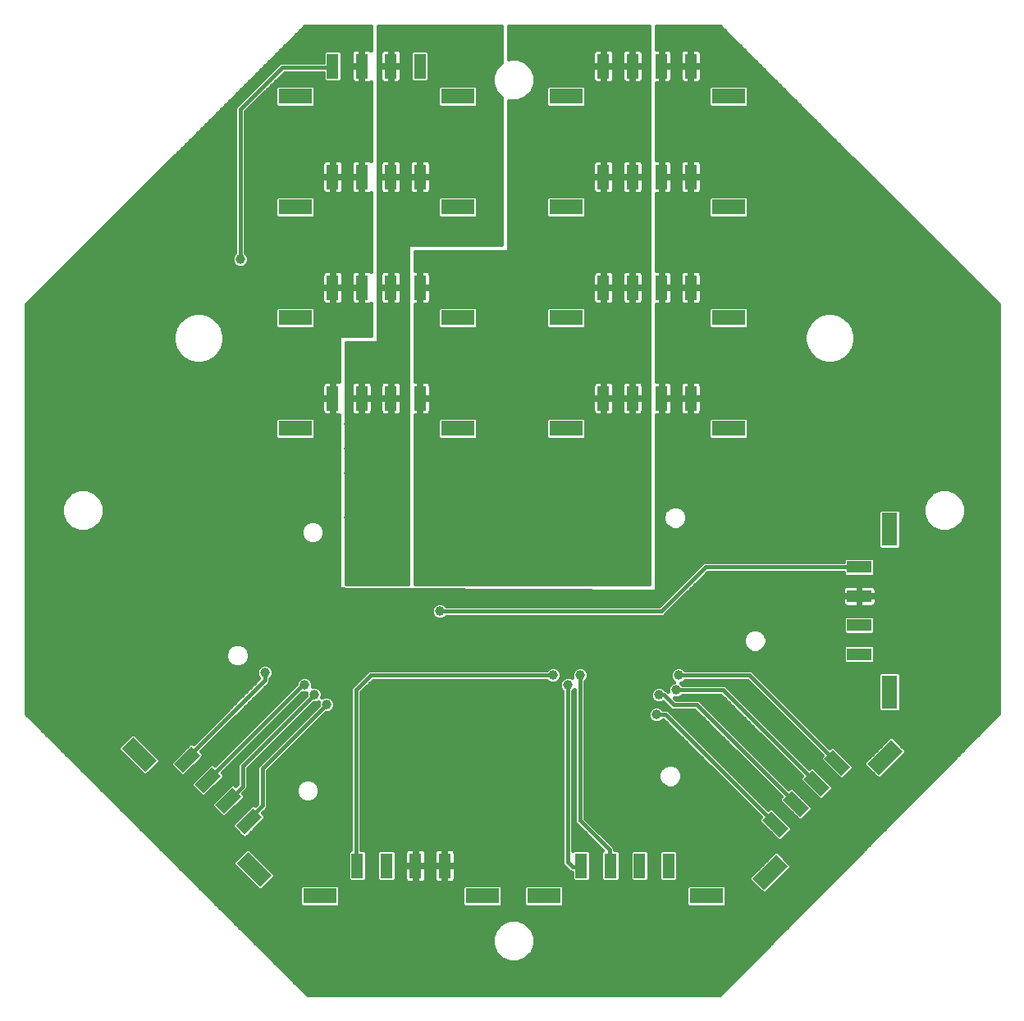
<source format=gbl>
G75*
%MOIN*%
%OFA0B0*%
%FSLAX25Y25*%
%IPPOS*%
%LPD*%
%AMOC8*
5,1,8,0,0,1.08239X$1,22.5*
%
%ADD10R,0.13504X0.06496*%
%ADD11R,0.05000X0.10000*%
%ADD12R,0.10000X0.05000*%
%ADD13R,0.06496X0.13504*%
%ADD14C,0.01600*%
%ADD15C,0.03962*%
D10*
G36*
X0118845Y0087942D02*
X0128393Y0078394D01*
X0123799Y0073800D01*
X0114251Y0083348D01*
X0118845Y0087942D01*
G37*
X0148024Y0070048D03*
X0214048Y0070048D03*
X0239024Y0070048D03*
X0305048Y0070048D03*
G36*
X0323972Y0077160D02*
X0333520Y0086708D01*
X0338114Y0082114D01*
X0328566Y0072566D01*
X0323972Y0077160D01*
G37*
G36*
X0370658Y0123845D02*
X0380206Y0133393D01*
X0384800Y0128799D01*
X0375252Y0119251D01*
X0370658Y0123845D01*
G37*
X0314048Y0260048D03*
X0314048Y0305048D03*
X0314048Y0350048D03*
X0314048Y0395048D03*
X0248024Y0395048D03*
X0204048Y0395048D03*
X0204048Y0350048D03*
X0248024Y0350048D03*
X0248024Y0305048D03*
X0204048Y0305048D03*
X0204048Y0260048D03*
X0248024Y0260048D03*
X0138024Y0260048D03*
X0138024Y0305048D03*
X0138024Y0350048D03*
X0138024Y0395048D03*
G36*
X0072160Y0134628D02*
X0081708Y0125080D01*
X0077114Y0120486D01*
X0067566Y0130034D01*
X0072160Y0134628D01*
G37*
D11*
X0163320Y0082371D03*
X0175131Y0082371D03*
X0186942Y0082371D03*
X0198753Y0082371D03*
X0254320Y0082371D03*
X0266131Y0082371D03*
X0277942Y0082371D03*
X0289753Y0082371D03*
X0286942Y0272371D03*
X0298753Y0272371D03*
X0275131Y0272371D03*
X0263320Y0272371D03*
X0263320Y0317371D03*
X0275131Y0317371D03*
X0286942Y0317371D03*
X0298753Y0317371D03*
X0298753Y0362371D03*
X0286942Y0362371D03*
X0275131Y0362371D03*
X0263320Y0362371D03*
X0263320Y0407371D03*
X0275131Y0407371D03*
X0286942Y0407371D03*
X0298753Y0407371D03*
X0188753Y0407371D03*
X0176942Y0407371D03*
X0165131Y0407371D03*
X0153320Y0407371D03*
X0153320Y0362371D03*
X0165131Y0362371D03*
X0176942Y0362371D03*
X0188753Y0362371D03*
X0188753Y0317371D03*
X0176942Y0317371D03*
X0165131Y0317371D03*
X0153320Y0317371D03*
X0153320Y0272371D03*
X0165131Y0272371D03*
X0176942Y0272371D03*
X0188753Y0272371D03*
D12*
G36*
X0099469Y0127222D02*
X0092399Y0120152D01*
X0088863Y0123688D01*
X0095933Y0130758D01*
X0099469Y0127222D01*
G37*
G36*
X0107820Y0118870D02*
X0100750Y0111800D01*
X0097214Y0115336D01*
X0104284Y0122406D01*
X0107820Y0118870D01*
G37*
G36*
X0116172Y0110519D02*
X0109102Y0103449D01*
X0105566Y0106985D01*
X0112636Y0114055D01*
X0116172Y0110519D01*
G37*
G36*
X0124524Y0102167D02*
X0117454Y0095097D01*
X0113918Y0098633D01*
X0120988Y0105703D01*
X0124524Y0102167D01*
G37*
G36*
X0331378Y0104469D02*
X0338448Y0097399D01*
X0334912Y0093863D01*
X0327842Y0100933D01*
X0331378Y0104469D01*
G37*
G36*
X0339730Y0112820D02*
X0346800Y0105750D01*
X0343264Y0102214D01*
X0336194Y0109284D01*
X0339730Y0112820D01*
G37*
G36*
X0348081Y0121172D02*
X0355151Y0114102D01*
X0351615Y0110566D01*
X0344545Y0117636D01*
X0348081Y0121172D01*
G37*
G36*
X0356433Y0129523D02*
X0363503Y0122453D01*
X0359967Y0118917D01*
X0352897Y0125987D01*
X0356433Y0129523D01*
G37*
X0367229Y0168320D03*
X0367229Y0180131D03*
X0367229Y0191942D03*
X0367229Y0203753D03*
D13*
X0379552Y0219048D03*
X0379552Y0153024D03*
D14*
X0115072Y0086149D02*
X0086835Y0086149D01*
X0088433Y0084551D02*
X0113474Y0084551D01*
X0112851Y0083929D02*
X0118265Y0089342D01*
X0119425Y0089342D01*
X0129793Y0078973D01*
X0129793Y0077813D01*
X0124380Y0072400D01*
X0123220Y0072400D01*
X0112851Y0082769D01*
X0112851Y0083929D01*
X0112851Y0082952D02*
X0090032Y0082952D01*
X0091630Y0081354D02*
X0114266Y0081354D01*
X0115865Y0079755D02*
X0093229Y0079755D01*
X0094827Y0078157D02*
X0117463Y0078157D01*
X0119062Y0076558D02*
X0096426Y0076558D01*
X0098024Y0074960D02*
X0120660Y0074960D01*
X0122259Y0073361D02*
X0099623Y0073361D01*
X0101221Y0071763D02*
X0139872Y0071763D01*
X0139872Y0073361D02*
X0125341Y0073361D01*
X0126940Y0074960D02*
X0324191Y0074960D01*
X0322593Y0076558D02*
X0293420Y0076558D01*
X0293653Y0076791D02*
X0293653Y0087951D01*
X0292833Y0088771D01*
X0286673Y0088771D01*
X0285853Y0087951D01*
X0285853Y0076791D01*
X0286673Y0075971D01*
X0292833Y0075971D01*
X0293653Y0076791D01*
X0293653Y0078157D02*
X0322990Y0078157D01*
X0322572Y0077739D02*
X0322572Y0076579D01*
X0327986Y0071166D01*
X0329145Y0071166D01*
X0339514Y0081534D01*
X0339514Y0082694D01*
X0334101Y0088108D01*
X0332941Y0088108D01*
X0322572Y0077739D01*
X0324589Y0079755D02*
X0293653Y0079755D01*
X0293653Y0081354D02*
X0326187Y0081354D01*
X0327786Y0082952D02*
X0293653Y0082952D01*
X0293653Y0084551D02*
X0329384Y0084551D01*
X0330983Y0086149D02*
X0293653Y0086149D01*
X0293653Y0087748D02*
X0332581Y0087748D01*
X0334460Y0087748D02*
X0367857Y0087748D01*
X0366273Y0086149D02*
X0336059Y0086149D01*
X0337658Y0084551D02*
X0364688Y0084551D01*
X0363103Y0082952D02*
X0339256Y0082952D01*
X0339334Y0081354D02*
X0361518Y0081354D01*
X0359934Y0079755D02*
X0337735Y0079755D01*
X0336137Y0078157D02*
X0358349Y0078157D01*
X0356764Y0076558D02*
X0334538Y0076558D01*
X0332940Y0074960D02*
X0355179Y0074960D01*
X0353595Y0073361D02*
X0331341Y0073361D01*
X0329743Y0071763D02*
X0352010Y0071763D01*
X0350425Y0070164D02*
X0313200Y0070164D01*
X0313200Y0068566D02*
X0348841Y0068566D01*
X0347256Y0066967D02*
X0313200Y0066967D01*
X0313200Y0066220D02*
X0313200Y0073876D01*
X0312380Y0074696D01*
X0297716Y0074696D01*
X0296896Y0073876D01*
X0296896Y0066220D01*
X0297716Y0065400D01*
X0312380Y0065400D01*
X0313200Y0066220D01*
X0313200Y0071763D02*
X0327388Y0071763D01*
X0325790Y0073361D02*
X0313200Y0073361D01*
X0296896Y0073361D02*
X0247176Y0073361D01*
X0247176Y0073876D02*
X0246356Y0074696D01*
X0231693Y0074696D01*
X0230872Y0073876D01*
X0230872Y0066220D01*
X0231693Y0065400D01*
X0246356Y0065400D01*
X0247176Y0066220D01*
X0247176Y0073876D01*
X0247176Y0071763D02*
X0296896Y0071763D01*
X0296896Y0070164D02*
X0247176Y0070164D01*
X0247176Y0068566D02*
X0296896Y0068566D01*
X0296896Y0066967D02*
X0247176Y0066967D01*
X0251240Y0075971D02*
X0257400Y0075971D01*
X0258220Y0076791D01*
X0258220Y0087951D01*
X0257400Y0088771D01*
X0251240Y0088771D01*
X0251000Y0088531D01*
X0251000Y0153218D01*
X0251600Y0153818D01*
X0251600Y0099889D01*
X0262884Y0088604D01*
X0262231Y0087951D01*
X0262231Y0076791D01*
X0263051Y0075971D01*
X0269211Y0075971D01*
X0270031Y0076791D01*
X0270031Y0087951D01*
X0269211Y0088771D01*
X0268000Y0088771D01*
X0268000Y0089711D01*
X0266711Y0091000D01*
X0256000Y0101711D01*
X0256000Y0157218D01*
X0256666Y0157885D01*
X0257181Y0159127D01*
X0257181Y0160473D01*
X0256666Y0161715D01*
X0255715Y0162666D01*
X0254473Y0163181D01*
X0253127Y0163181D01*
X0251885Y0162666D01*
X0250934Y0161715D01*
X0250419Y0160473D01*
X0250419Y0159127D01*
X0250588Y0158719D01*
X0249473Y0159181D01*
X0248127Y0159181D01*
X0246885Y0158666D01*
X0245934Y0157715D01*
X0245419Y0156473D01*
X0245419Y0155127D01*
X0245934Y0153885D01*
X0246600Y0153218D01*
X0246600Y0082889D01*
X0248600Y0080889D01*
X0249889Y0079600D01*
X0250420Y0079600D01*
X0250420Y0076791D01*
X0251240Y0075971D01*
X0250652Y0076558D02*
X0202862Y0076558D01*
X0202930Y0076676D02*
X0203053Y0077134D01*
X0203053Y0081921D01*
X0199203Y0081921D01*
X0199203Y0082821D01*
X0203053Y0082821D01*
X0203053Y0087608D01*
X0202930Y0088066D01*
X0202693Y0088476D01*
X0202358Y0088811D01*
X0201948Y0089048D01*
X0201490Y0089171D01*
X0199203Y0089171D01*
X0199203Y0082821D01*
X0198303Y0082821D01*
X0198303Y0089171D01*
X0196016Y0089171D01*
X0195558Y0089048D01*
X0195148Y0088811D01*
X0194812Y0088476D01*
X0194575Y0088066D01*
X0194453Y0087608D01*
X0194453Y0082821D01*
X0198303Y0082821D01*
X0198303Y0081921D01*
X0199203Y0081921D01*
X0199203Y0075571D01*
X0201490Y0075571D01*
X0201948Y0075694D01*
X0202358Y0075930D01*
X0202693Y0076266D01*
X0202930Y0076676D01*
X0203053Y0078157D02*
X0250420Y0078157D01*
X0249733Y0079755D02*
X0203053Y0079755D01*
X0203053Y0081354D02*
X0248135Y0081354D01*
X0246600Y0082952D02*
X0203053Y0082952D01*
X0203053Y0084551D02*
X0246600Y0084551D01*
X0246600Y0086149D02*
X0203053Y0086149D01*
X0203015Y0087748D02*
X0246600Y0087748D01*
X0246600Y0089346D02*
X0165000Y0089346D01*
X0165000Y0088771D02*
X0165000Y0152889D01*
X0169711Y0157600D01*
X0240218Y0157600D01*
X0240885Y0156934D01*
X0242127Y0156419D01*
X0243473Y0156419D01*
X0244715Y0156934D01*
X0245666Y0157885D01*
X0246181Y0159127D01*
X0246181Y0160473D01*
X0245666Y0161715D01*
X0244715Y0162666D01*
X0243473Y0163181D01*
X0242127Y0163181D01*
X0240885Y0162666D01*
X0240218Y0162000D01*
X0167889Y0162000D01*
X0161889Y0156000D01*
X0160600Y0154711D01*
X0160600Y0088771D01*
X0160240Y0088771D01*
X0159420Y0087951D01*
X0159420Y0076791D01*
X0160240Y0075971D01*
X0166400Y0075971D01*
X0167220Y0076791D01*
X0167220Y0087951D01*
X0166400Y0088771D01*
X0165000Y0088771D01*
X0165000Y0090945D02*
X0246600Y0090945D01*
X0246600Y0092543D02*
X0165000Y0092543D01*
X0165000Y0094142D02*
X0246600Y0094142D01*
X0246600Y0095740D02*
X0165000Y0095740D01*
X0165000Y0097339D02*
X0246600Y0097339D01*
X0246600Y0098937D02*
X0165000Y0098937D01*
X0165000Y0100536D02*
X0246600Y0100536D01*
X0246600Y0102134D02*
X0165000Y0102134D01*
X0165000Y0103733D02*
X0246600Y0103733D01*
X0246600Y0105332D02*
X0165000Y0105332D01*
X0165000Y0106930D02*
X0246600Y0106930D01*
X0246600Y0108529D02*
X0165000Y0108529D01*
X0165000Y0110127D02*
X0246600Y0110127D01*
X0246600Y0111726D02*
X0165000Y0111726D01*
X0165000Y0113324D02*
X0246600Y0113324D01*
X0246600Y0114923D02*
X0165000Y0114923D01*
X0165000Y0116521D02*
X0246600Y0116521D01*
X0246600Y0118120D02*
X0165000Y0118120D01*
X0165000Y0119718D02*
X0246600Y0119718D01*
X0246600Y0121317D02*
X0165000Y0121317D01*
X0165000Y0122915D02*
X0246600Y0122915D01*
X0246600Y0124514D02*
X0165000Y0124514D01*
X0165000Y0126112D02*
X0246600Y0126112D01*
X0246600Y0127711D02*
X0165000Y0127711D01*
X0165000Y0129309D02*
X0246600Y0129309D01*
X0246600Y0130908D02*
X0165000Y0130908D01*
X0165000Y0132506D02*
X0246600Y0132506D01*
X0246600Y0134105D02*
X0165000Y0134105D01*
X0165000Y0135703D02*
X0246600Y0135703D01*
X0246600Y0137302D02*
X0165000Y0137302D01*
X0165000Y0138900D02*
X0246600Y0138900D01*
X0246600Y0140499D02*
X0165000Y0140499D01*
X0165000Y0142097D02*
X0246600Y0142097D01*
X0246600Y0143696D02*
X0165000Y0143696D01*
X0165000Y0145294D02*
X0246600Y0145294D01*
X0246600Y0146893D02*
X0165000Y0146893D01*
X0165000Y0148491D02*
X0246600Y0148491D01*
X0246600Y0150090D02*
X0165000Y0150090D01*
X0165000Y0151688D02*
X0246600Y0151688D01*
X0246532Y0153287D02*
X0165398Y0153287D01*
X0166997Y0154885D02*
X0245519Y0154885D01*
X0245424Y0156484D02*
X0243629Y0156484D01*
X0241971Y0156484D02*
X0168595Y0156484D01*
X0168800Y0159800D02*
X0162800Y0153800D01*
X0162800Y0082891D01*
X0163320Y0082371D01*
X0167220Y0082952D02*
X0171231Y0082952D01*
X0171231Y0081354D02*
X0167220Y0081354D01*
X0167220Y0079755D02*
X0171231Y0079755D01*
X0171231Y0078157D02*
X0167220Y0078157D01*
X0166987Y0076558D02*
X0171463Y0076558D01*
X0171231Y0076791D02*
X0172051Y0075971D01*
X0178211Y0075971D01*
X0179031Y0076791D01*
X0179031Y0087951D01*
X0178211Y0088771D01*
X0172051Y0088771D01*
X0171231Y0087951D01*
X0171231Y0076791D01*
X0178798Y0076558D02*
X0182832Y0076558D01*
X0182764Y0076676D02*
X0183001Y0076266D01*
X0183337Y0075930D01*
X0183747Y0075694D01*
X0184205Y0075571D01*
X0186492Y0075571D01*
X0186492Y0081921D01*
X0187392Y0081921D01*
X0187392Y0082821D01*
X0191242Y0082821D01*
X0191242Y0087608D01*
X0191119Y0088066D01*
X0190882Y0088476D01*
X0190547Y0088811D01*
X0190137Y0089048D01*
X0189679Y0089171D01*
X0187392Y0089171D01*
X0187392Y0082821D01*
X0186492Y0082821D01*
X0186492Y0089171D01*
X0184205Y0089171D01*
X0183747Y0089048D01*
X0183337Y0088811D01*
X0183001Y0088476D01*
X0182764Y0088066D01*
X0182642Y0087608D01*
X0182642Y0082821D01*
X0186492Y0082821D01*
X0186492Y0081921D01*
X0182642Y0081921D01*
X0182642Y0077134D01*
X0182764Y0076676D01*
X0182642Y0078157D02*
X0179031Y0078157D01*
X0179031Y0079755D02*
X0182642Y0079755D01*
X0182642Y0081354D02*
X0179031Y0081354D01*
X0179031Y0082952D02*
X0182642Y0082952D01*
X0182642Y0084551D02*
X0179031Y0084551D01*
X0179031Y0086149D02*
X0182642Y0086149D01*
X0182679Y0087748D02*
X0179031Y0087748D01*
X0186492Y0087748D02*
X0187392Y0087748D01*
X0187392Y0086149D02*
X0186492Y0086149D01*
X0186492Y0084551D02*
X0187392Y0084551D01*
X0187392Y0082952D02*
X0186492Y0082952D01*
X0187392Y0081921D02*
X0191242Y0081921D01*
X0191242Y0077134D01*
X0191119Y0076676D01*
X0190882Y0076266D01*
X0190547Y0075930D01*
X0190137Y0075694D01*
X0189679Y0075571D01*
X0187392Y0075571D01*
X0187392Y0081921D01*
X0187392Y0081354D02*
X0186492Y0081354D01*
X0186492Y0079755D02*
X0187392Y0079755D01*
X0187392Y0078157D02*
X0186492Y0078157D01*
X0186492Y0076558D02*
X0187392Y0076558D01*
X0191051Y0076558D02*
X0194643Y0076558D01*
X0194575Y0076676D02*
X0194812Y0076266D01*
X0195148Y0075930D01*
X0195558Y0075694D01*
X0196016Y0075571D01*
X0198303Y0075571D01*
X0198303Y0081921D01*
X0194453Y0081921D01*
X0194453Y0077134D01*
X0194575Y0076676D01*
X0194453Y0078157D02*
X0191242Y0078157D01*
X0191242Y0079755D02*
X0194453Y0079755D01*
X0194453Y0081354D02*
X0191242Y0081354D01*
X0191242Y0082952D02*
X0194453Y0082952D01*
X0194453Y0084551D02*
X0191242Y0084551D01*
X0191242Y0086149D02*
X0194453Y0086149D01*
X0194490Y0087748D02*
X0191204Y0087748D01*
X0198303Y0087748D02*
X0199203Y0087748D01*
X0199203Y0086149D02*
X0198303Y0086149D01*
X0198303Y0084551D02*
X0199203Y0084551D01*
X0199203Y0082952D02*
X0198303Y0082952D01*
X0198303Y0081354D02*
X0199203Y0081354D01*
X0199203Y0079755D02*
X0198303Y0079755D01*
X0198303Y0078157D02*
X0199203Y0078157D01*
X0199203Y0076558D02*
X0198303Y0076558D01*
X0205896Y0073876D02*
X0205896Y0066220D01*
X0206716Y0065400D01*
X0221380Y0065400D01*
X0222200Y0066220D01*
X0222200Y0073876D01*
X0221380Y0074696D01*
X0206716Y0074696D01*
X0205896Y0073876D01*
X0205896Y0073361D02*
X0156176Y0073361D01*
X0156176Y0073876D02*
X0155356Y0074696D01*
X0140693Y0074696D01*
X0139872Y0073876D01*
X0139872Y0066220D01*
X0140693Y0065400D01*
X0155356Y0065400D01*
X0156176Y0066220D01*
X0156176Y0073876D01*
X0156176Y0071763D02*
X0205896Y0071763D01*
X0205896Y0070164D02*
X0156176Y0070164D01*
X0156176Y0068566D02*
X0205896Y0068566D01*
X0205896Y0066967D02*
X0156176Y0066967D01*
X0159652Y0076558D02*
X0128538Y0076558D01*
X0129793Y0078157D02*
X0159420Y0078157D01*
X0159420Y0079755D02*
X0129011Y0079755D01*
X0127413Y0081354D02*
X0159420Y0081354D01*
X0159420Y0082952D02*
X0125814Y0082952D01*
X0124216Y0084551D02*
X0159420Y0084551D01*
X0159420Y0086149D02*
X0122617Y0086149D01*
X0121019Y0087748D02*
X0159420Y0087748D01*
X0160600Y0089346D02*
X0083638Y0089346D01*
X0085236Y0087748D02*
X0116671Y0087748D01*
X0116873Y0093697D02*
X0118033Y0093697D01*
X0125924Y0101588D01*
X0125924Y0102748D01*
X0124891Y0103780D01*
X0125711Y0104600D01*
X0127000Y0105889D01*
X0127000Y0120889D01*
X0150530Y0144419D01*
X0151473Y0144419D01*
X0152715Y0144934D01*
X0153666Y0145885D01*
X0154181Y0147127D01*
X0154181Y0148473D01*
X0153666Y0149715D01*
X0152715Y0150666D01*
X0151473Y0151181D01*
X0150127Y0151181D01*
X0149012Y0150719D01*
X0149181Y0151127D01*
X0149181Y0152473D01*
X0148666Y0153715D01*
X0147715Y0154666D01*
X0146473Y0155181D01*
X0145181Y0155181D01*
X0145181Y0156473D01*
X0144666Y0157715D01*
X0143715Y0158666D01*
X0142473Y0159181D01*
X0141127Y0159181D01*
X0139885Y0158666D01*
X0138934Y0157715D01*
X0138419Y0156473D01*
X0138419Y0156116D01*
X0105487Y0123184D01*
X0104865Y0123807D01*
X0103705Y0123807D01*
X0095814Y0115915D01*
X0095814Y0114756D01*
X0100170Y0110400D01*
X0101329Y0110400D01*
X0109220Y0118291D01*
X0109220Y0119451D01*
X0108598Y0120073D01*
X0140998Y0152473D01*
X0141127Y0152419D01*
X0142419Y0152419D01*
X0142419Y0151530D01*
X0115889Y0125000D01*
X0114600Y0123711D01*
X0114600Y0115594D01*
X0113839Y0114833D01*
X0113217Y0115455D01*
X0112057Y0115455D01*
X0104166Y0107564D01*
X0104166Y0106404D01*
X0108521Y0102048D01*
X0109681Y0102048D01*
X0117572Y0109940D01*
X0117572Y0111099D01*
X0116950Y0111722D01*
X0119000Y0113772D01*
X0119000Y0121889D01*
X0145530Y0148419D01*
X0146473Y0148419D01*
X0147588Y0148881D01*
X0147419Y0148473D01*
X0147419Y0147530D01*
X0122600Y0122711D01*
X0122600Y0107711D01*
X0121780Y0106891D01*
X0121568Y0107103D01*
X0120408Y0107103D01*
X0112517Y0099212D01*
X0112517Y0098052D01*
X0116873Y0093697D01*
X0116428Y0094142D02*
X0078842Y0094142D01*
X0077244Y0095740D02*
X0114829Y0095740D01*
X0113231Y0097339D02*
X0075645Y0097339D01*
X0074047Y0098937D02*
X0112517Y0098937D01*
X0113841Y0100536D02*
X0072448Y0100536D01*
X0070850Y0102134D02*
X0108435Y0102134D01*
X0109767Y0102134D02*
X0115440Y0102134D01*
X0117038Y0103733D02*
X0111366Y0103733D01*
X0112964Y0105332D02*
X0118637Y0105332D01*
X0120235Y0106930D02*
X0114563Y0106930D01*
X0116161Y0108529D02*
X0122600Y0108529D01*
X0122600Y0110127D02*
X0117572Y0110127D01*
X0116954Y0111726D02*
X0122600Y0111726D01*
X0122600Y0113324D02*
X0118553Y0113324D01*
X0119000Y0114923D02*
X0122600Y0114923D01*
X0122600Y0116521D02*
X0119000Y0116521D01*
X0119000Y0118120D02*
X0122600Y0118120D01*
X0122600Y0119718D02*
X0119000Y0119718D01*
X0119000Y0121317D02*
X0122600Y0121317D01*
X0122804Y0122915D02*
X0120026Y0122915D01*
X0121625Y0124514D02*
X0124402Y0124514D01*
X0123223Y0126112D02*
X0126001Y0126112D01*
X0124822Y0127711D02*
X0127599Y0127711D01*
X0126420Y0129309D02*
X0129198Y0129309D01*
X0128019Y0130908D02*
X0130796Y0130908D01*
X0129617Y0132506D02*
X0132395Y0132506D01*
X0131216Y0134105D02*
X0133993Y0134105D01*
X0132815Y0135703D02*
X0135592Y0135703D01*
X0134413Y0137302D02*
X0137190Y0137302D01*
X0136012Y0138900D02*
X0138789Y0138900D01*
X0137610Y0140499D02*
X0140388Y0140499D01*
X0139209Y0142097D02*
X0141986Y0142097D01*
X0140807Y0143696D02*
X0143585Y0143696D01*
X0142406Y0145294D02*
X0145183Y0145294D01*
X0144004Y0146893D02*
X0146782Y0146893D01*
X0146647Y0148491D02*
X0147427Y0148491D01*
X0150800Y0147800D02*
X0124800Y0121800D01*
X0124800Y0106800D01*
X0119221Y0101221D01*
X0119221Y0100400D01*
X0121675Y0097339D02*
X0160600Y0097339D01*
X0160600Y0098937D02*
X0123273Y0098937D01*
X0124872Y0100536D02*
X0160600Y0100536D01*
X0160600Y0102134D02*
X0125924Y0102134D01*
X0124938Y0103733D02*
X0160600Y0103733D01*
X0160600Y0105332D02*
X0126443Y0105332D01*
X0127000Y0106930D02*
X0160600Y0106930D01*
X0160600Y0108529D02*
X0145181Y0108529D01*
X0145897Y0108825D02*
X0147247Y0110176D01*
X0147978Y0111940D01*
X0147978Y0113849D01*
X0147247Y0115613D01*
X0145897Y0116964D01*
X0144133Y0117694D01*
X0142223Y0117694D01*
X0140459Y0116964D01*
X0139109Y0115613D01*
X0138378Y0113849D01*
X0138378Y0111940D01*
X0139109Y0110176D01*
X0140459Y0108825D01*
X0142223Y0108094D01*
X0144133Y0108094D01*
X0145897Y0108825D01*
X0147199Y0110127D02*
X0160600Y0110127D01*
X0160600Y0111726D02*
X0147889Y0111726D01*
X0147978Y0113324D02*
X0160600Y0113324D01*
X0160600Y0114923D02*
X0147533Y0114923D01*
X0146340Y0116521D02*
X0160600Y0116521D01*
X0160600Y0118120D02*
X0127000Y0118120D01*
X0127000Y0119718D02*
X0160600Y0119718D01*
X0160600Y0121317D02*
X0127428Y0121317D01*
X0129026Y0122915D02*
X0160600Y0122915D01*
X0160600Y0124514D02*
X0130625Y0124514D01*
X0132223Y0126112D02*
X0160600Y0126112D01*
X0160600Y0127711D02*
X0133822Y0127711D01*
X0135420Y0129309D02*
X0160600Y0129309D01*
X0160600Y0130908D02*
X0137019Y0130908D01*
X0138617Y0132506D02*
X0160600Y0132506D01*
X0160600Y0134105D02*
X0140216Y0134105D01*
X0141815Y0135703D02*
X0160600Y0135703D01*
X0160600Y0137302D02*
X0143413Y0137302D01*
X0145012Y0138900D02*
X0160600Y0138900D01*
X0160600Y0140499D02*
X0146610Y0140499D01*
X0148209Y0142097D02*
X0160600Y0142097D01*
X0160600Y0143696D02*
X0149807Y0143696D01*
X0153076Y0145294D02*
X0160600Y0145294D01*
X0160600Y0146893D02*
X0154084Y0146893D01*
X0154173Y0148491D02*
X0160600Y0148491D01*
X0160600Y0150090D02*
X0153292Y0150090D01*
X0149181Y0151688D02*
X0160600Y0151688D01*
X0160600Y0153287D02*
X0148844Y0153287D01*
X0147186Y0154885D02*
X0160774Y0154885D01*
X0162373Y0156484D02*
X0145176Y0156484D01*
X0144299Y0158082D02*
X0163971Y0158082D01*
X0165570Y0159681D02*
X0128996Y0159681D01*
X0129181Y0160127D02*
X0129181Y0161473D01*
X0128666Y0162715D01*
X0127715Y0163666D01*
X0126473Y0164181D01*
X0125127Y0164181D01*
X0123885Y0163666D01*
X0122934Y0162715D01*
X0122419Y0161473D01*
X0122419Y0160127D01*
X0122934Y0158885D01*
X0123354Y0158465D01*
X0096780Y0131891D01*
X0096513Y0132158D01*
X0095353Y0132158D01*
X0087462Y0124267D01*
X0087462Y0123107D01*
X0091818Y0118752D01*
X0092978Y0118752D01*
X0100869Y0126643D01*
X0100869Y0127803D01*
X0099891Y0128780D01*
X0126711Y0155600D01*
X0128000Y0156889D01*
X0128000Y0158218D01*
X0128666Y0158885D01*
X0129181Y0160127D01*
X0129181Y0161279D02*
X0167168Y0161279D01*
X0168800Y0159800D02*
X0242800Y0159800D01*
X0246181Y0159681D02*
X0250419Y0159681D01*
X0250753Y0161279D02*
X0245847Y0161279D01*
X0244204Y0162878D02*
X0252396Y0162878D01*
X0255204Y0162878D02*
X0292396Y0162878D01*
X0291885Y0162666D02*
X0290934Y0161715D01*
X0290419Y0160473D01*
X0290419Y0159127D01*
X0290934Y0157885D01*
X0291781Y0157038D01*
X0290885Y0156666D01*
X0289934Y0155715D01*
X0289419Y0154473D01*
X0289419Y0153292D01*
X0288711Y0154000D01*
X0288382Y0154000D01*
X0287715Y0154666D01*
X0286473Y0155181D01*
X0285127Y0155181D01*
X0283885Y0154666D01*
X0282934Y0153715D01*
X0282419Y0152473D01*
X0282419Y0151127D01*
X0282934Y0149885D01*
X0283885Y0148934D01*
X0285127Y0148419D01*
X0286473Y0148419D01*
X0287602Y0148887D01*
X0289600Y0146889D01*
X0290889Y0145600D01*
X0300303Y0145600D01*
X0335416Y0110487D01*
X0334793Y0109865D01*
X0334793Y0108705D01*
X0342685Y0100814D01*
X0343844Y0100814D01*
X0348200Y0105170D01*
X0348200Y0106329D01*
X0340309Y0114220D01*
X0339149Y0114220D01*
X0338527Y0113598D01*
X0302125Y0150000D01*
X0292711Y0150000D01*
X0292292Y0150419D01*
X0293473Y0150419D01*
X0294715Y0150934D01*
X0295382Y0151600D01*
X0311006Y0151600D01*
X0343767Y0118839D01*
X0343145Y0118217D01*
X0343145Y0117057D01*
X0351036Y0109166D01*
X0352196Y0109166D01*
X0356552Y0113521D01*
X0356552Y0114681D01*
X0348660Y0122572D01*
X0347501Y0122572D01*
X0346878Y0121950D01*
X0312828Y0156000D01*
X0295382Y0156000D01*
X0294819Y0156562D01*
X0295715Y0156934D01*
X0296382Y0157600D01*
X0321709Y0157600D01*
X0352119Y0127190D01*
X0351497Y0126568D01*
X0351497Y0125408D01*
X0359388Y0117517D01*
X0360548Y0117517D01*
X0364903Y0121873D01*
X0364903Y0123033D01*
X0357012Y0130924D01*
X0355852Y0130924D01*
X0355230Y0130302D01*
X0324820Y0160711D01*
X0323532Y0162000D01*
X0296382Y0162000D01*
X0295715Y0162666D01*
X0294473Y0163181D01*
X0293127Y0163181D01*
X0291885Y0162666D01*
X0290753Y0161279D02*
X0256847Y0161279D01*
X0257181Y0159681D02*
X0290419Y0159681D01*
X0290852Y0158082D02*
X0256748Y0158082D01*
X0256000Y0156484D02*
X0290702Y0156484D01*
X0289590Y0154885D02*
X0287186Y0154885D01*
X0284414Y0154885D02*
X0256000Y0154885D01*
X0256000Y0153287D02*
X0282756Y0153287D01*
X0282419Y0151688D02*
X0256000Y0151688D01*
X0256000Y0150090D02*
X0282849Y0150090D01*
X0284953Y0148491D02*
X0256000Y0148491D01*
X0256000Y0146893D02*
X0283431Y0146893D01*
X0282885Y0146666D02*
X0281934Y0145715D01*
X0281419Y0144473D01*
X0281419Y0143127D01*
X0281934Y0141885D01*
X0282885Y0140934D01*
X0284127Y0140419D01*
X0285473Y0140419D01*
X0286715Y0140934D01*
X0287382Y0141600D01*
X0287599Y0141600D01*
X0327064Y0102135D01*
X0326442Y0101513D01*
X0326442Y0100353D01*
X0334333Y0092462D01*
X0335493Y0092462D01*
X0339848Y0096818D01*
X0339848Y0097978D01*
X0331957Y0105869D01*
X0330797Y0105869D01*
X0330175Y0105247D01*
X0289422Y0146000D01*
X0287382Y0146000D01*
X0286715Y0146666D01*
X0285473Y0147181D01*
X0284127Y0147181D01*
X0282885Y0146666D01*
X0281759Y0145294D02*
X0256000Y0145294D01*
X0256000Y0143696D02*
X0281419Y0143696D01*
X0281846Y0142097D02*
X0256000Y0142097D01*
X0256000Y0140499D02*
X0283935Y0140499D01*
X0285665Y0140499D02*
X0288701Y0140499D01*
X0290299Y0138900D02*
X0256000Y0138900D01*
X0256000Y0137302D02*
X0291898Y0137302D01*
X0293496Y0135703D02*
X0256000Y0135703D01*
X0256000Y0134105D02*
X0295095Y0134105D01*
X0296693Y0132506D02*
X0256000Y0132506D01*
X0256000Y0130908D02*
X0298292Y0130908D01*
X0299890Y0129309D02*
X0256000Y0129309D01*
X0256000Y0127711D02*
X0301489Y0127711D01*
X0303087Y0126112D02*
X0256000Y0126112D01*
X0256000Y0124514D02*
X0304686Y0124514D01*
X0306284Y0122915D02*
X0293030Y0122915D01*
X0293141Y0122869D02*
X0291377Y0123600D01*
X0289467Y0123600D01*
X0287703Y0122869D01*
X0286353Y0121519D01*
X0285622Y0119755D01*
X0285622Y0117845D01*
X0286353Y0116081D01*
X0287703Y0114731D01*
X0289467Y0114000D01*
X0291377Y0114000D01*
X0293141Y0114731D01*
X0294491Y0116081D01*
X0295222Y0117845D01*
X0295222Y0119755D01*
X0294491Y0121519D01*
X0293141Y0122869D01*
X0294575Y0121317D02*
X0307883Y0121317D01*
X0309481Y0119718D02*
X0295222Y0119718D01*
X0295222Y0118120D02*
X0311080Y0118120D01*
X0312678Y0116521D02*
X0294674Y0116521D01*
X0293333Y0114923D02*
X0314277Y0114923D01*
X0315875Y0113324D02*
X0256000Y0113324D01*
X0256000Y0111726D02*
X0317474Y0111726D01*
X0319072Y0110127D02*
X0256000Y0110127D01*
X0256000Y0108529D02*
X0320671Y0108529D01*
X0322269Y0106930D02*
X0256000Y0106930D01*
X0256000Y0105332D02*
X0323868Y0105332D01*
X0325466Y0103733D02*
X0256000Y0103733D01*
X0256000Y0102134D02*
X0327063Y0102134D01*
X0326442Y0100536D02*
X0257175Y0100536D01*
X0258774Y0098937D02*
X0327858Y0098937D01*
X0329456Y0097339D02*
X0260372Y0097339D01*
X0261971Y0095740D02*
X0331055Y0095740D01*
X0332653Y0094142D02*
X0263569Y0094142D01*
X0265168Y0092543D02*
X0334252Y0092543D01*
X0335574Y0092543D02*
X0372611Y0092543D01*
X0371027Y0090945D02*
X0266766Y0090945D01*
X0268000Y0089346D02*
X0369442Y0089346D01*
X0374196Y0094142D02*
X0337172Y0094142D01*
X0338771Y0095740D02*
X0375781Y0095740D01*
X0377366Y0097339D02*
X0339848Y0097339D01*
X0338888Y0098937D02*
X0378950Y0098937D01*
X0380535Y0100536D02*
X0337290Y0100536D01*
X0335691Y0102134D02*
X0341364Y0102134D01*
X0339765Y0103733D02*
X0334093Y0103733D01*
X0332494Y0105332D02*
X0338167Y0105332D01*
X0336568Y0106930D02*
X0328492Y0106930D01*
X0330090Y0105332D02*
X0330260Y0105332D01*
X0326893Y0108529D02*
X0334970Y0108529D01*
X0335056Y0110127D02*
X0325295Y0110127D01*
X0323696Y0111726D02*
X0334177Y0111726D01*
X0332579Y0113324D02*
X0322098Y0113324D01*
X0320499Y0114923D02*
X0330980Y0114923D01*
X0329381Y0116521D02*
X0318901Y0116521D01*
X0317302Y0118120D02*
X0327783Y0118120D01*
X0326184Y0119718D02*
X0315704Y0119718D01*
X0314105Y0121317D02*
X0324586Y0121317D01*
X0322987Y0122915D02*
X0312507Y0122915D01*
X0310908Y0124514D02*
X0321389Y0124514D01*
X0319790Y0126112D02*
X0309310Y0126112D01*
X0307711Y0127711D02*
X0318192Y0127711D01*
X0316593Y0129309D02*
X0306113Y0129309D01*
X0304514Y0130908D02*
X0314995Y0130908D01*
X0313396Y0132506D02*
X0302916Y0132506D01*
X0301317Y0134105D02*
X0311798Y0134105D01*
X0310199Y0135703D02*
X0299719Y0135703D01*
X0298120Y0137302D02*
X0308601Y0137302D01*
X0307002Y0138900D02*
X0296522Y0138900D01*
X0294923Y0140499D02*
X0305404Y0140499D01*
X0303805Y0142097D02*
X0293325Y0142097D01*
X0291726Y0143696D02*
X0302207Y0143696D01*
X0300608Y0145294D02*
X0290128Y0145294D01*
X0289596Y0146893D02*
X0286169Y0146893D01*
X0286647Y0148491D02*
X0287997Y0148491D01*
X0287800Y0151800D02*
X0291800Y0147800D01*
X0301214Y0147800D01*
X0341497Y0107517D01*
X0344402Y0110127D02*
X0350075Y0110127D01*
X0348476Y0111726D02*
X0342804Y0111726D01*
X0341205Y0113324D02*
X0346878Y0113324D01*
X0345279Y0114923D02*
X0337203Y0114923D01*
X0335604Y0116521D02*
X0343681Y0116521D01*
X0343145Y0118120D02*
X0334006Y0118120D01*
X0332407Y0119718D02*
X0342888Y0119718D01*
X0341289Y0121317D02*
X0330808Y0121317D01*
X0329210Y0122915D02*
X0339691Y0122915D01*
X0338092Y0124514D02*
X0327611Y0124514D01*
X0326013Y0126112D02*
X0336494Y0126112D01*
X0334895Y0127711D02*
X0324414Y0127711D01*
X0322816Y0129309D02*
X0333297Y0129309D01*
X0331698Y0130908D02*
X0321217Y0130908D01*
X0319619Y0132506D02*
X0330100Y0132506D01*
X0328501Y0134105D02*
X0318020Y0134105D01*
X0316422Y0135703D02*
X0326903Y0135703D01*
X0325304Y0137302D02*
X0314823Y0137302D01*
X0313225Y0138900D02*
X0323706Y0138900D01*
X0322107Y0140499D02*
X0311626Y0140499D01*
X0310028Y0142097D02*
X0320509Y0142097D01*
X0318910Y0143696D02*
X0308429Y0143696D01*
X0306831Y0145294D02*
X0317312Y0145294D01*
X0315713Y0146893D02*
X0305232Y0146893D01*
X0303634Y0148491D02*
X0314115Y0148491D01*
X0312516Y0150090D02*
X0292621Y0150090D01*
X0292800Y0153800D02*
X0311917Y0153800D01*
X0349848Y0115869D01*
X0353113Y0118120D02*
X0358785Y0118120D01*
X0357187Y0119718D02*
X0351514Y0119718D01*
X0349916Y0121317D02*
X0355588Y0121317D01*
X0353990Y0122915D02*
X0345913Y0122915D01*
X0344315Y0124514D02*
X0352391Y0124514D01*
X0351497Y0126112D02*
X0342716Y0126112D01*
X0341118Y0127711D02*
X0351599Y0127711D01*
X0350000Y0129309D02*
X0339519Y0129309D01*
X0337921Y0130908D02*
X0348402Y0130908D01*
X0346803Y0132506D02*
X0336322Y0132506D01*
X0334724Y0134105D02*
X0345204Y0134105D01*
X0343606Y0135703D02*
X0333125Y0135703D01*
X0331527Y0137302D02*
X0342007Y0137302D01*
X0340409Y0138900D02*
X0329928Y0138900D01*
X0328330Y0140499D02*
X0338810Y0140499D01*
X0337212Y0142097D02*
X0326731Y0142097D01*
X0325133Y0143696D02*
X0335613Y0143696D01*
X0334015Y0145294D02*
X0323534Y0145294D01*
X0321936Y0146893D02*
X0332416Y0146893D01*
X0330818Y0148491D02*
X0320337Y0148491D01*
X0318739Y0150090D02*
X0329219Y0150090D01*
X0327621Y0151688D02*
X0317140Y0151688D01*
X0315542Y0153287D02*
X0326022Y0153287D01*
X0324424Y0154885D02*
X0313943Y0154885D01*
X0322825Y0156484D02*
X0294898Y0156484D01*
X0293800Y0159800D02*
X0322620Y0159800D01*
X0358200Y0124220D01*
X0360225Y0127711D02*
X0372544Y0127711D01*
X0374142Y0129309D02*
X0358627Y0129309D01*
X0357028Y0130908D02*
X0375741Y0130908D01*
X0377340Y0132506D02*
X0353026Y0132506D01*
X0354624Y0130908D02*
X0355836Y0130908D01*
X0351427Y0134105D02*
X0378938Y0134105D01*
X0379627Y0134793D02*
X0369258Y0124425D01*
X0369258Y0123265D01*
X0374671Y0117851D01*
X0375831Y0117851D01*
X0386200Y0128220D01*
X0386200Y0129380D01*
X0380786Y0134793D01*
X0379627Y0134793D01*
X0381475Y0134105D02*
X0413814Y0134105D01*
X0412230Y0132506D02*
X0383074Y0132506D01*
X0384672Y0130908D02*
X0410645Y0130908D01*
X0409060Y0129309D02*
X0386200Y0129309D01*
X0385691Y0127711D02*
X0407476Y0127711D01*
X0405891Y0126112D02*
X0384092Y0126112D01*
X0382494Y0124514D02*
X0404306Y0124514D01*
X0402721Y0122915D02*
X0380895Y0122915D01*
X0379297Y0121317D02*
X0401137Y0121317D01*
X0399552Y0119718D02*
X0377698Y0119718D01*
X0376100Y0118120D02*
X0397967Y0118120D01*
X0396382Y0116521D02*
X0354711Y0116521D01*
X0356310Y0114923D02*
X0394798Y0114923D01*
X0393213Y0113324D02*
X0356355Y0113324D01*
X0354756Y0111726D02*
X0391628Y0111726D01*
X0390044Y0110127D02*
X0353157Y0110127D01*
X0347599Y0106930D02*
X0386874Y0106930D01*
X0385289Y0105332D02*
X0348200Y0105332D01*
X0346763Y0103733D02*
X0383705Y0103733D01*
X0382120Y0102134D02*
X0345165Y0102134D01*
X0346001Y0108529D02*
X0388459Y0108529D01*
X0374403Y0118120D02*
X0361150Y0118120D01*
X0362749Y0119718D02*
X0372805Y0119718D01*
X0371206Y0121317D02*
X0364347Y0121317D01*
X0364903Y0122915D02*
X0369607Y0122915D01*
X0369347Y0124514D02*
X0363422Y0124514D01*
X0361824Y0126112D02*
X0370945Y0126112D01*
X0375724Y0144872D02*
X0374904Y0145693D01*
X0374904Y0160356D01*
X0375724Y0161176D01*
X0383380Y0161176D01*
X0384200Y0160356D01*
X0384200Y0145693D01*
X0383380Y0144872D01*
X0375724Y0144872D01*
X0375302Y0145294D02*
X0340237Y0145294D01*
X0338639Y0146893D02*
X0374904Y0146893D01*
X0374904Y0148491D02*
X0337040Y0148491D01*
X0335442Y0150090D02*
X0374904Y0150090D01*
X0374904Y0151688D02*
X0333843Y0151688D01*
X0332245Y0153287D02*
X0374904Y0153287D01*
X0374904Y0154885D02*
X0330646Y0154885D01*
X0329048Y0156484D02*
X0374904Y0156484D01*
X0374904Y0158082D02*
X0327449Y0158082D01*
X0325851Y0159681D02*
X0374904Y0159681D01*
X0372809Y0164420D02*
X0373629Y0165240D01*
X0373629Y0171400D01*
X0372809Y0172220D01*
X0361649Y0172220D01*
X0360829Y0171400D01*
X0360829Y0165240D01*
X0361649Y0164420D01*
X0372809Y0164420D01*
X0372866Y0164476D02*
X0423700Y0164476D01*
X0423700Y0162878D02*
X0295204Y0162878D01*
X0287800Y0151800D02*
X0285800Y0151800D01*
X0284800Y0143800D02*
X0288511Y0143800D01*
X0333145Y0099166D01*
X0345671Y0065369D02*
X0107615Y0065369D01*
X0106017Y0066967D02*
X0139872Y0066967D01*
X0139872Y0068566D02*
X0104418Y0068566D01*
X0102820Y0070164D02*
X0139872Y0070164D01*
X0122002Y0050982D02*
X0218201Y0050982D01*
X0218201Y0050090D02*
X0219510Y0046929D01*
X0221929Y0044510D01*
X0225090Y0043201D01*
X0228510Y0043201D01*
X0231671Y0044510D01*
X0234090Y0046929D01*
X0235399Y0050090D01*
X0235399Y0053510D01*
X0234090Y0056671D01*
X0231671Y0059090D01*
X0228510Y0060399D01*
X0225090Y0060399D01*
X0221929Y0059090D01*
X0219510Y0056671D01*
X0218201Y0053510D01*
X0218201Y0050090D01*
X0218493Y0049384D02*
X0123600Y0049384D01*
X0125199Y0047785D02*
X0219155Y0047785D01*
X0220252Y0046187D02*
X0126797Y0046187D01*
X0128396Y0044588D02*
X0221851Y0044588D01*
X0218201Y0052581D02*
X0120403Y0052581D01*
X0118805Y0054179D02*
X0218478Y0054179D01*
X0219140Y0055778D02*
X0117206Y0055778D01*
X0115608Y0057376D02*
X0220215Y0057376D01*
X0221814Y0058975D02*
X0114009Y0058975D01*
X0112411Y0060573D02*
X0340917Y0060573D01*
X0339332Y0058975D02*
X0231786Y0058975D01*
X0233385Y0057376D02*
X0337747Y0057376D01*
X0336163Y0055778D02*
X0234460Y0055778D01*
X0235122Y0054179D02*
X0334578Y0054179D01*
X0332993Y0052581D02*
X0235399Y0052581D01*
X0235399Y0050982D02*
X0331408Y0050982D01*
X0329824Y0049384D02*
X0235107Y0049384D01*
X0234445Y0047785D02*
X0328239Y0047785D01*
X0326654Y0046187D02*
X0233348Y0046187D01*
X0231749Y0044588D02*
X0325070Y0044588D01*
X0323485Y0042990D02*
X0129994Y0042990D01*
X0131593Y0041391D02*
X0321900Y0041391D01*
X0320315Y0039793D02*
X0133191Y0039793D01*
X0134790Y0038194D02*
X0318731Y0038194D01*
X0317146Y0036596D02*
X0136389Y0036596D01*
X0137987Y0034997D02*
X0315561Y0034997D01*
X0313976Y0033399D02*
X0139586Y0033399D01*
X0141184Y0031800D02*
X0312392Y0031800D01*
X0310807Y0030201D02*
X0142783Y0030201D01*
X0143084Y0029900D02*
X0028900Y0144084D01*
X0028900Y0310516D01*
X0142084Y0423700D01*
X0168800Y0423700D01*
X0168800Y0413747D01*
X0168736Y0413811D01*
X0168325Y0414048D01*
X0167868Y0414171D01*
X0165581Y0414171D01*
X0165581Y0407821D01*
X0164681Y0407821D01*
X0164681Y0414171D01*
X0162394Y0414171D01*
X0161936Y0414048D01*
X0161525Y0413811D01*
X0161190Y0413476D01*
X0160953Y0413066D01*
X0160831Y0412608D01*
X0160831Y0407821D01*
X0164681Y0407821D01*
X0164681Y0406921D01*
X0165581Y0406921D01*
X0165581Y0400571D01*
X0167868Y0400571D01*
X0168325Y0400694D01*
X0168736Y0400930D01*
X0168800Y0400995D01*
X0168800Y0368747D01*
X0168736Y0368811D01*
X0168325Y0369048D01*
X0167868Y0369171D01*
X0165581Y0369171D01*
X0165581Y0362821D01*
X0164681Y0362821D01*
X0164681Y0369171D01*
X0162394Y0369171D01*
X0161936Y0369048D01*
X0161525Y0368811D01*
X0161190Y0368476D01*
X0160953Y0368066D01*
X0160831Y0367608D01*
X0160831Y0362821D01*
X0164681Y0362821D01*
X0164681Y0361921D01*
X0165581Y0361921D01*
X0165581Y0355571D01*
X0167868Y0355571D01*
X0168325Y0355694D01*
X0168736Y0355930D01*
X0168800Y0355995D01*
X0168800Y0323747D01*
X0168736Y0323811D01*
X0168325Y0324048D01*
X0167868Y0324171D01*
X0165581Y0324171D01*
X0165581Y0317821D01*
X0164681Y0317821D01*
X0164681Y0324171D01*
X0162394Y0324171D01*
X0161936Y0324048D01*
X0161525Y0323811D01*
X0161190Y0323476D01*
X0160953Y0323066D01*
X0160831Y0322608D01*
X0160831Y0317821D01*
X0164681Y0317821D01*
X0164681Y0316921D01*
X0165581Y0316921D01*
X0165581Y0310571D01*
X0167868Y0310571D01*
X0168325Y0310694D01*
X0168736Y0310930D01*
X0168800Y0310995D01*
X0168800Y0297800D01*
X0155800Y0297800D01*
X0155800Y0279171D01*
X0153770Y0279171D01*
X0153770Y0272821D01*
X0152870Y0272821D01*
X0152870Y0279171D01*
X0150583Y0279171D01*
X0150125Y0279048D01*
X0149714Y0278811D01*
X0149379Y0278476D01*
X0149142Y0278066D01*
X0149020Y0277608D01*
X0149020Y0272821D01*
X0152870Y0272821D01*
X0152870Y0271921D01*
X0153770Y0271921D01*
X0153770Y0265571D01*
X0155800Y0265571D01*
X0155800Y0194800D01*
X0157703Y0194785D01*
X0157889Y0194600D01*
X0181599Y0194600D01*
X0284800Y0193800D01*
X0284800Y0265571D01*
X0286492Y0265571D01*
X0286492Y0271921D01*
X0287392Y0271921D01*
X0287392Y0272821D01*
X0291242Y0272821D01*
X0291242Y0277608D01*
X0291119Y0278066D01*
X0290882Y0278476D01*
X0290547Y0278811D01*
X0290137Y0279048D01*
X0289679Y0279171D01*
X0287392Y0279171D01*
X0287392Y0272821D01*
X0286492Y0272821D01*
X0286492Y0279171D01*
X0284800Y0279171D01*
X0284800Y0310571D01*
X0286492Y0310571D01*
X0286492Y0316921D01*
X0287392Y0316921D01*
X0287392Y0317821D01*
X0291242Y0317821D01*
X0291242Y0322608D01*
X0291119Y0323066D01*
X0290882Y0323476D01*
X0290547Y0323811D01*
X0290137Y0324048D01*
X0289679Y0324171D01*
X0287392Y0324171D01*
X0287392Y0317821D01*
X0286492Y0317821D01*
X0286492Y0324171D01*
X0284800Y0324171D01*
X0284800Y0355571D01*
X0286492Y0355571D01*
X0286492Y0361921D01*
X0287392Y0361921D01*
X0287392Y0362821D01*
X0291242Y0362821D01*
X0291242Y0367608D01*
X0291119Y0368066D01*
X0290882Y0368476D01*
X0290547Y0368811D01*
X0290137Y0369048D01*
X0289679Y0369171D01*
X0287392Y0369171D01*
X0287392Y0362821D01*
X0286492Y0362821D01*
X0286492Y0369171D01*
X0284800Y0369171D01*
X0284800Y0400571D01*
X0286492Y0400571D01*
X0286492Y0406921D01*
X0287392Y0406921D01*
X0287392Y0407821D01*
X0291242Y0407821D01*
X0291242Y0412608D01*
X0291119Y0413066D01*
X0290882Y0413476D01*
X0290547Y0413811D01*
X0290137Y0414048D01*
X0289679Y0414171D01*
X0287392Y0414171D01*
X0287392Y0407821D01*
X0286492Y0407821D01*
X0286492Y0414171D01*
X0284800Y0414171D01*
X0284800Y0423700D01*
X0310516Y0423700D01*
X0423700Y0310516D01*
X0423700Y0144076D01*
X0310508Y0029900D01*
X0143084Y0029900D01*
X0110812Y0062172D02*
X0342502Y0062172D01*
X0344086Y0063770D02*
X0109214Y0063770D01*
X0118478Y0094142D02*
X0160600Y0094142D01*
X0160600Y0095740D02*
X0120076Y0095740D01*
X0121741Y0106930D02*
X0121819Y0106930D01*
X0127000Y0108529D02*
X0141175Y0108529D01*
X0139157Y0110127D02*
X0127000Y0110127D01*
X0127000Y0111726D02*
X0138467Y0111726D01*
X0138378Y0113324D02*
X0127000Y0113324D01*
X0127000Y0114923D02*
X0138823Y0114923D01*
X0140016Y0116521D02*
X0127000Y0116521D01*
X0116800Y0114683D02*
X0116800Y0122800D01*
X0145800Y0151800D01*
X0142419Y0151688D02*
X0140213Y0151688D01*
X0140979Y0150090D02*
X0138615Y0150090D01*
X0139380Y0148491D02*
X0137016Y0148491D01*
X0137782Y0146893D02*
X0135418Y0146893D01*
X0136183Y0145294D02*
X0133819Y0145294D01*
X0134585Y0143696D02*
X0132221Y0143696D01*
X0132986Y0142097D02*
X0130622Y0142097D01*
X0131388Y0140499D02*
X0129024Y0140499D01*
X0129789Y0138900D02*
X0127425Y0138900D01*
X0128190Y0137302D02*
X0125827Y0137302D01*
X0126592Y0135703D02*
X0124228Y0135703D01*
X0124993Y0134105D02*
X0122630Y0134105D01*
X0123395Y0132506D02*
X0121031Y0132506D01*
X0121796Y0130908D02*
X0119433Y0130908D01*
X0120198Y0129309D02*
X0117834Y0129309D01*
X0118599Y0127711D02*
X0116236Y0127711D01*
X0117001Y0126112D02*
X0114637Y0126112D01*
X0115402Y0124514D02*
X0113039Y0124514D01*
X0114600Y0122915D02*
X0111440Y0122915D01*
X0109842Y0121317D02*
X0114600Y0121317D01*
X0114600Y0119718D02*
X0108953Y0119718D01*
X0109049Y0118120D02*
X0114600Y0118120D01*
X0114600Y0116521D02*
X0107450Y0116521D01*
X0105852Y0114923D02*
X0111524Y0114923D01*
X0113749Y0114923D02*
X0113929Y0114923D01*
X0116800Y0114683D02*
X0110869Y0108752D01*
X0108327Y0111726D02*
X0102655Y0111726D01*
X0104253Y0113324D02*
X0109926Y0113324D01*
X0106729Y0110127D02*
X0062857Y0110127D01*
X0064455Y0108529D02*
X0105130Y0108529D01*
X0104166Y0106930D02*
X0066054Y0106930D01*
X0067653Y0105332D02*
X0105238Y0105332D01*
X0106837Y0103733D02*
X0069251Y0103733D01*
X0061258Y0111726D02*
X0098844Y0111726D01*
X0097245Y0113324D02*
X0059660Y0113324D01*
X0058061Y0114923D02*
X0095814Y0114923D01*
X0096420Y0116521D02*
X0056463Y0116521D01*
X0054864Y0118120D02*
X0098018Y0118120D01*
X0099617Y0119718D02*
X0093944Y0119718D01*
X0095543Y0121317D02*
X0101215Y0121317D01*
X0102814Y0122915D02*
X0097141Y0122915D01*
X0098740Y0124514D02*
X0106816Y0124514D01*
X0108415Y0126112D02*
X0100338Y0126112D01*
X0100869Y0127711D02*
X0110013Y0127711D01*
X0111612Y0129309D02*
X0100420Y0129309D01*
X0102019Y0130908D02*
X0113210Y0130908D01*
X0114809Y0132506D02*
X0103617Y0132506D01*
X0105216Y0134105D02*
X0116407Y0134105D01*
X0118006Y0135703D02*
X0106814Y0135703D01*
X0108413Y0137302D02*
X0119604Y0137302D01*
X0121203Y0138900D02*
X0110012Y0138900D01*
X0111610Y0140499D02*
X0122801Y0140499D01*
X0124400Y0142097D02*
X0113209Y0142097D01*
X0114807Y0143696D02*
X0125998Y0143696D01*
X0127597Y0145294D02*
X0116406Y0145294D01*
X0118004Y0146893D02*
X0129195Y0146893D01*
X0130794Y0148491D02*
X0119603Y0148491D01*
X0121201Y0150090D02*
X0132392Y0150090D01*
X0133991Y0151688D02*
X0122800Y0151688D01*
X0124398Y0153287D02*
X0135589Y0153287D01*
X0137188Y0154885D02*
X0125997Y0154885D01*
X0127595Y0156484D02*
X0138424Y0156484D01*
X0139301Y0158082D02*
X0128000Y0158082D01*
X0125800Y0157800D02*
X0125800Y0160800D01*
X0125800Y0157800D02*
X0094166Y0126166D01*
X0094166Y0125455D01*
X0090906Y0127711D02*
X0081056Y0127711D01*
X0079458Y0129309D02*
X0092504Y0129309D01*
X0094103Y0130908D02*
X0077859Y0130908D01*
X0076260Y0132506D02*
X0097395Y0132506D01*
X0098993Y0134105D02*
X0074662Y0134105D01*
X0073063Y0135703D02*
X0100592Y0135703D01*
X0102190Y0137302D02*
X0035682Y0137302D01*
X0034084Y0138900D02*
X0103789Y0138900D01*
X0105388Y0140499D02*
X0032485Y0140499D01*
X0030887Y0142097D02*
X0106986Y0142097D01*
X0108585Y0143696D02*
X0029288Y0143696D01*
X0028900Y0145294D02*
X0110183Y0145294D01*
X0111782Y0146893D02*
X0028900Y0146893D01*
X0028900Y0148491D02*
X0113380Y0148491D01*
X0114979Y0150090D02*
X0028900Y0150090D01*
X0028900Y0151688D02*
X0116577Y0151688D01*
X0118176Y0153287D02*
X0028900Y0153287D01*
X0028900Y0154885D02*
X0119774Y0154885D01*
X0121373Y0156484D02*
X0028900Y0156484D01*
X0028900Y0158082D02*
X0122971Y0158082D01*
X0122604Y0159681D02*
X0028900Y0159681D01*
X0028900Y0161279D02*
X0122419Y0161279D01*
X0123096Y0162878D02*
X0028900Y0162878D01*
X0028900Y0164476D02*
X0111312Y0164476D01*
X0111963Y0163825D02*
X0113727Y0163094D01*
X0115637Y0163094D01*
X0117401Y0163825D01*
X0118751Y0165176D01*
X0119482Y0166940D01*
X0119482Y0168849D01*
X0118751Y0170613D01*
X0117401Y0171964D01*
X0115637Y0172694D01*
X0113727Y0172694D01*
X0111963Y0171964D01*
X0110613Y0170613D01*
X0109882Y0168849D01*
X0109882Y0166940D01*
X0110613Y0165176D01*
X0111963Y0163825D01*
X0110240Y0166075D02*
X0028900Y0166075D01*
X0028900Y0167673D02*
X0109882Y0167673D01*
X0110057Y0169272D02*
X0028900Y0169272D01*
X0028900Y0170870D02*
X0110870Y0170870D01*
X0113183Y0172469D02*
X0028900Y0172469D01*
X0028900Y0174068D02*
X0320118Y0174068D01*
X0320118Y0174755D02*
X0320118Y0172845D01*
X0320849Y0171081D01*
X0322199Y0169731D01*
X0323963Y0169000D01*
X0325873Y0169000D01*
X0327637Y0169731D01*
X0328987Y0171081D01*
X0329718Y0172845D01*
X0329718Y0174755D01*
X0328987Y0176519D01*
X0327637Y0177869D01*
X0325873Y0178600D01*
X0323963Y0178600D01*
X0322199Y0177869D01*
X0320849Y0176519D01*
X0320118Y0174755D01*
X0320496Y0175666D02*
X0028900Y0175666D01*
X0028900Y0177265D02*
X0321594Y0177265D01*
X0320274Y0172469D02*
X0116181Y0172469D01*
X0118494Y0170870D02*
X0321059Y0170870D01*
X0323307Y0169272D02*
X0119307Y0169272D01*
X0119482Y0167673D02*
X0360829Y0167673D01*
X0360829Y0166075D02*
X0119124Y0166075D01*
X0118052Y0164476D02*
X0361592Y0164476D01*
X0360829Y0169272D02*
X0326529Y0169272D01*
X0328777Y0170870D02*
X0360829Y0170870D01*
X0361649Y0176231D02*
X0372809Y0176231D01*
X0373629Y0177051D01*
X0373629Y0183211D01*
X0372809Y0184031D01*
X0361649Y0184031D01*
X0360829Y0183211D01*
X0360829Y0177051D01*
X0361649Y0176231D01*
X0360829Y0177265D02*
X0328242Y0177265D01*
X0329341Y0175666D02*
X0423700Y0175666D01*
X0423700Y0174068D02*
X0329718Y0174068D01*
X0329562Y0172469D02*
X0423700Y0172469D01*
X0423700Y0170870D02*
X0373629Y0170870D01*
X0373629Y0169272D02*
X0423700Y0169272D01*
X0423700Y0167673D02*
X0373629Y0167673D01*
X0373629Y0166075D02*
X0423700Y0166075D01*
X0423700Y0161279D02*
X0324252Y0161279D01*
X0341836Y0143696D02*
X0423323Y0143696D01*
X0423700Y0145294D02*
X0383802Y0145294D01*
X0384200Y0146893D02*
X0423700Y0146893D01*
X0423700Y0148491D02*
X0384200Y0148491D01*
X0384200Y0150090D02*
X0423700Y0150090D01*
X0423700Y0151688D02*
X0384200Y0151688D01*
X0384200Y0153287D02*
X0423700Y0153287D01*
X0423700Y0154885D02*
X0384200Y0154885D01*
X0384200Y0156484D02*
X0423700Y0156484D01*
X0423700Y0158082D02*
X0384200Y0158082D01*
X0384200Y0159681D02*
X0423700Y0159681D01*
X0423700Y0177265D02*
X0373629Y0177265D01*
X0373629Y0178863D02*
X0423700Y0178863D01*
X0423700Y0180462D02*
X0373629Y0180462D01*
X0373629Y0182060D02*
X0423700Y0182060D01*
X0423700Y0183659D02*
X0373181Y0183659D01*
X0372466Y0187642D02*
X0367679Y0187642D01*
X0367679Y0191492D01*
X0367679Y0192392D01*
X0366779Y0192392D01*
X0366779Y0196242D01*
X0361992Y0196242D01*
X0361534Y0196119D01*
X0361124Y0195882D01*
X0360789Y0195547D01*
X0360552Y0195137D01*
X0360429Y0194679D01*
X0360429Y0192392D01*
X0366779Y0192392D01*
X0366779Y0191492D01*
X0360429Y0191492D01*
X0360429Y0189205D01*
X0360552Y0188747D01*
X0360789Y0188337D01*
X0361124Y0188001D01*
X0361534Y0187764D01*
X0361992Y0187642D01*
X0366779Y0187642D01*
X0366779Y0191492D01*
X0367679Y0191492D01*
X0374029Y0191492D01*
X0374029Y0189205D01*
X0373906Y0188747D01*
X0373669Y0188337D01*
X0373334Y0188001D01*
X0372924Y0187764D01*
X0372466Y0187642D01*
X0373737Y0188454D02*
X0423700Y0188454D01*
X0423700Y0186856D02*
X0290967Y0186856D01*
X0292565Y0188454D02*
X0360721Y0188454D01*
X0360429Y0190053D02*
X0294164Y0190053D01*
X0295762Y0191651D02*
X0366779Y0191651D01*
X0367679Y0191651D02*
X0423700Y0191651D01*
X0423700Y0190053D02*
X0374029Y0190053D01*
X0374029Y0192392D02*
X0367679Y0192392D01*
X0367679Y0196242D01*
X0372466Y0196242D01*
X0372924Y0196119D01*
X0373334Y0195882D01*
X0373669Y0195547D01*
X0373906Y0195137D01*
X0374029Y0194679D01*
X0374029Y0192392D01*
X0374029Y0193250D02*
X0423700Y0193250D01*
X0423700Y0194848D02*
X0373984Y0194848D01*
X0367679Y0194848D02*
X0366779Y0194848D01*
X0366779Y0193250D02*
X0367679Y0193250D01*
X0367679Y0190053D02*
X0366779Y0190053D01*
X0366779Y0188454D02*
X0367679Y0188454D01*
X0361277Y0183659D02*
X0287770Y0183659D01*
X0287711Y0183600D02*
X0289000Y0184889D01*
X0305711Y0201600D01*
X0360829Y0201600D01*
X0360829Y0200673D01*
X0361649Y0199853D01*
X0372809Y0199853D01*
X0373629Y0200673D01*
X0373629Y0206833D01*
X0372809Y0207653D01*
X0361649Y0207653D01*
X0360829Y0206833D01*
X0360829Y0206000D01*
X0303889Y0206000D01*
X0302600Y0204711D01*
X0285889Y0188000D01*
X0199382Y0188000D01*
X0198715Y0188666D01*
X0197473Y0189181D01*
X0196127Y0189181D01*
X0194885Y0188666D01*
X0193934Y0187715D01*
X0193419Y0186473D01*
X0193419Y0185127D01*
X0193934Y0183885D01*
X0194885Y0182934D01*
X0196127Y0182419D01*
X0197473Y0182419D01*
X0198715Y0182934D01*
X0199382Y0183600D01*
X0287711Y0183600D01*
X0289368Y0185257D02*
X0423700Y0185257D01*
X0423700Y0196447D02*
X0300558Y0196447D01*
X0302156Y0198045D02*
X0423700Y0198045D01*
X0423700Y0199644D02*
X0303755Y0199644D01*
X0305353Y0201242D02*
X0360829Y0201242D01*
X0360829Y0206038D02*
X0284800Y0206038D01*
X0284800Y0207636D02*
X0361633Y0207636D01*
X0367182Y0203800D02*
X0367229Y0203753D01*
X0367182Y0203800D02*
X0304800Y0203800D01*
X0286800Y0185800D01*
X0196800Y0185800D01*
X0193578Y0186856D02*
X0028900Y0186856D01*
X0028900Y0188454D02*
X0194673Y0188454D01*
X0193419Y0185257D02*
X0028900Y0185257D01*
X0028900Y0183659D02*
X0194160Y0183659D01*
X0198927Y0188454D02*
X0286343Y0188454D01*
X0287941Y0190053D02*
X0028900Y0190053D01*
X0028900Y0191651D02*
X0289540Y0191651D01*
X0291138Y0193250D02*
X0028900Y0193250D01*
X0028900Y0194848D02*
X0155800Y0194848D01*
X0155800Y0196447D02*
X0028900Y0196447D01*
X0028900Y0198045D02*
X0155800Y0198045D01*
X0155800Y0199644D02*
X0028900Y0199644D01*
X0028900Y0201242D02*
X0155800Y0201242D01*
X0155800Y0202841D02*
X0028900Y0202841D01*
X0028900Y0204439D02*
X0155800Y0204439D01*
X0155800Y0206038D02*
X0028900Y0206038D01*
X0028900Y0207636D02*
X0155800Y0207636D01*
X0155800Y0209235D02*
X0028900Y0209235D01*
X0028900Y0210833D02*
X0155800Y0210833D01*
X0155800Y0212432D02*
X0028900Y0212432D01*
X0028900Y0214030D02*
X0142254Y0214030D01*
X0142459Y0213825D02*
X0144223Y0213094D01*
X0146133Y0213094D01*
X0147897Y0213825D01*
X0149247Y0215176D01*
X0149978Y0216940D01*
X0149978Y0218849D01*
X0149247Y0220613D01*
X0147897Y0221964D01*
X0146133Y0222694D01*
X0144223Y0222694D01*
X0142459Y0221964D01*
X0141109Y0220613D01*
X0140378Y0218849D01*
X0140378Y0216940D01*
X0141109Y0215176D01*
X0142459Y0213825D01*
X0140921Y0215629D02*
X0028900Y0215629D01*
X0028900Y0217227D02*
X0140378Y0217227D01*
X0140378Y0218826D02*
X0055019Y0218826D01*
X0053510Y0218201D02*
X0056671Y0219510D01*
X0059090Y0221929D01*
X0060399Y0225090D01*
X0060399Y0228510D01*
X0059090Y0231671D01*
X0056671Y0234090D01*
X0053510Y0235399D01*
X0050090Y0235399D01*
X0046929Y0234090D01*
X0044510Y0231671D01*
X0043201Y0228510D01*
X0043201Y0225090D01*
X0044510Y0221929D01*
X0046929Y0219510D01*
X0050090Y0218201D01*
X0053510Y0218201D01*
X0057585Y0220424D02*
X0141030Y0220424D01*
X0142602Y0222023D02*
X0059129Y0222023D01*
X0059791Y0223621D02*
X0155800Y0223621D01*
X0155800Y0222023D02*
X0147754Y0222023D01*
X0149326Y0220424D02*
X0155800Y0220424D01*
X0155800Y0218826D02*
X0149978Y0218826D01*
X0149978Y0217227D02*
X0155800Y0217227D01*
X0155800Y0215629D02*
X0149435Y0215629D01*
X0148102Y0214030D02*
X0155800Y0214030D01*
X0158800Y0214030D02*
X0183800Y0214030D01*
X0183800Y0212432D02*
X0158800Y0212432D01*
X0158800Y0210833D02*
X0183800Y0210833D01*
X0183800Y0209235D02*
X0158800Y0209235D01*
X0158800Y0207636D02*
X0183800Y0207636D01*
X0183800Y0206038D02*
X0158800Y0206038D01*
X0158800Y0204439D02*
X0183800Y0204439D01*
X0183800Y0202841D02*
X0158800Y0202841D01*
X0158800Y0201242D02*
X0183800Y0201242D01*
X0183800Y0199644D02*
X0158800Y0199644D01*
X0158800Y0198045D02*
X0183800Y0198045D01*
X0183800Y0196800D02*
X0158800Y0196800D01*
X0158800Y0294800D01*
X0171800Y0294800D01*
X0171800Y0423700D01*
X0221800Y0423700D01*
X0221800Y0408961D01*
X0219510Y0406671D01*
X0218201Y0403510D01*
X0218201Y0400090D01*
X0219510Y0396929D01*
X0221800Y0394639D01*
X0221800Y0334800D01*
X0183800Y0334800D01*
X0183800Y0196800D01*
X0186800Y0196800D02*
X0186800Y0265571D01*
X0188303Y0265571D01*
X0188303Y0271921D01*
X0189203Y0271921D01*
X0189203Y0272821D01*
X0193053Y0272821D01*
X0193053Y0277608D01*
X0192930Y0278066D01*
X0192693Y0278476D01*
X0192358Y0278811D01*
X0191948Y0279048D01*
X0191490Y0279171D01*
X0189203Y0279171D01*
X0189203Y0272821D01*
X0188303Y0272821D01*
X0188303Y0279171D01*
X0186800Y0279171D01*
X0186800Y0310571D01*
X0188303Y0310571D01*
X0188303Y0316921D01*
X0189203Y0316921D01*
X0189203Y0317821D01*
X0193053Y0317821D01*
X0193053Y0322608D01*
X0192930Y0323066D01*
X0192693Y0323476D01*
X0192358Y0323811D01*
X0191948Y0324048D01*
X0191490Y0324171D01*
X0189203Y0324171D01*
X0189203Y0317821D01*
X0188303Y0317821D01*
X0188303Y0324171D01*
X0186800Y0324171D01*
X0186800Y0331800D01*
X0224800Y0331800D01*
X0224800Y0393321D01*
X0225090Y0393201D01*
X0228510Y0393201D01*
X0231671Y0394510D01*
X0234090Y0396929D01*
X0235399Y0400090D01*
X0235399Y0403510D01*
X0234090Y0406671D01*
X0231671Y0409090D01*
X0228510Y0410399D01*
X0225090Y0410399D01*
X0224800Y0410279D01*
X0224800Y0423700D01*
X0281800Y0423700D01*
X0281800Y0196800D01*
X0186800Y0196800D01*
X0186800Y0198045D02*
X0281800Y0198045D01*
X0281800Y0199644D02*
X0186800Y0199644D01*
X0186800Y0201242D02*
X0281800Y0201242D01*
X0281800Y0202841D02*
X0186800Y0202841D01*
X0186800Y0204439D02*
X0281800Y0204439D01*
X0281800Y0206038D02*
X0186800Y0206038D01*
X0186800Y0207636D02*
X0281800Y0207636D01*
X0281800Y0209235D02*
X0186800Y0209235D01*
X0186800Y0210833D02*
X0281800Y0210833D01*
X0281800Y0212432D02*
X0186800Y0212432D01*
X0186800Y0214030D02*
X0281800Y0214030D01*
X0281800Y0215629D02*
X0186800Y0215629D01*
X0186800Y0217227D02*
X0281800Y0217227D01*
X0281800Y0218826D02*
X0186800Y0218826D01*
X0186800Y0220424D02*
X0281800Y0220424D01*
X0281800Y0222023D02*
X0186800Y0222023D01*
X0186800Y0223621D02*
X0281800Y0223621D01*
X0281800Y0225220D02*
X0186800Y0225220D01*
X0186800Y0226818D02*
X0281800Y0226818D01*
X0281800Y0228417D02*
X0186800Y0228417D01*
X0186800Y0230015D02*
X0281800Y0230015D01*
X0281800Y0231614D02*
X0186800Y0231614D01*
X0186800Y0233212D02*
X0281800Y0233212D01*
X0281800Y0234811D02*
X0186800Y0234811D01*
X0186800Y0236409D02*
X0281800Y0236409D01*
X0281800Y0238008D02*
X0186800Y0238008D01*
X0186800Y0239606D02*
X0281800Y0239606D01*
X0281800Y0241205D02*
X0186800Y0241205D01*
X0186800Y0242803D02*
X0281800Y0242803D01*
X0281800Y0244402D02*
X0186800Y0244402D01*
X0186800Y0246001D02*
X0281800Y0246001D01*
X0281800Y0247599D02*
X0186800Y0247599D01*
X0186800Y0249198D02*
X0281800Y0249198D01*
X0281800Y0250796D02*
X0186800Y0250796D01*
X0186800Y0252395D02*
X0281800Y0252395D01*
X0281800Y0253993D02*
X0186800Y0253993D01*
X0186800Y0255592D02*
X0196525Y0255592D01*
X0196716Y0255400D02*
X0211380Y0255400D01*
X0212200Y0256220D01*
X0212200Y0263876D01*
X0211380Y0264696D01*
X0196716Y0264696D01*
X0195896Y0263876D01*
X0195896Y0256220D01*
X0196716Y0255400D01*
X0195896Y0257190D02*
X0186800Y0257190D01*
X0186800Y0258789D02*
X0195896Y0258789D01*
X0195896Y0260387D02*
X0186800Y0260387D01*
X0186800Y0261986D02*
X0195896Y0261986D01*
X0195896Y0263584D02*
X0186800Y0263584D01*
X0186800Y0265183D02*
X0281800Y0265183D01*
X0281800Y0266781D02*
X0279336Y0266781D01*
X0279308Y0266676D02*
X0279431Y0267134D01*
X0279431Y0271921D01*
X0275581Y0271921D01*
X0275581Y0272821D01*
X0279431Y0272821D01*
X0279431Y0277608D01*
X0279308Y0278066D01*
X0279071Y0278476D01*
X0278736Y0278811D01*
X0278325Y0279048D01*
X0277868Y0279171D01*
X0275581Y0279171D01*
X0275581Y0272821D01*
X0274681Y0272821D01*
X0274681Y0279171D01*
X0272394Y0279171D01*
X0271936Y0279048D01*
X0271525Y0278811D01*
X0271190Y0278476D01*
X0270953Y0278066D01*
X0270831Y0277608D01*
X0270831Y0272821D01*
X0274681Y0272821D01*
X0274681Y0271921D01*
X0275581Y0271921D01*
X0275581Y0265571D01*
X0277868Y0265571D01*
X0278325Y0265694D01*
X0278736Y0265930D01*
X0279071Y0266266D01*
X0279308Y0266676D01*
X0279431Y0268380D02*
X0281800Y0268380D01*
X0281800Y0269978D02*
X0279431Y0269978D01*
X0279431Y0271577D02*
X0281800Y0271577D01*
X0281800Y0273175D02*
X0279431Y0273175D01*
X0279431Y0274774D02*
X0281800Y0274774D01*
X0281800Y0276372D02*
X0279431Y0276372D01*
X0279333Y0277971D02*
X0281800Y0277971D01*
X0281800Y0279569D02*
X0186800Y0279569D01*
X0186800Y0281168D02*
X0281800Y0281168D01*
X0281800Y0282766D02*
X0186800Y0282766D01*
X0186800Y0284365D02*
X0281800Y0284365D01*
X0281800Y0285963D02*
X0186800Y0285963D01*
X0186800Y0287562D02*
X0281800Y0287562D01*
X0281800Y0289160D02*
X0186800Y0289160D01*
X0186800Y0290759D02*
X0281800Y0290759D01*
X0281800Y0292357D02*
X0186800Y0292357D01*
X0186800Y0293956D02*
X0281800Y0293956D01*
X0281800Y0295554D02*
X0186800Y0295554D01*
X0186800Y0297153D02*
X0281800Y0297153D01*
X0281800Y0298751D02*
X0186800Y0298751D01*
X0186800Y0300350D02*
X0281800Y0300350D01*
X0281800Y0301948D02*
X0256176Y0301948D01*
X0256176Y0301220D02*
X0256176Y0308876D01*
X0255356Y0309696D01*
X0240693Y0309696D01*
X0239872Y0308876D01*
X0239872Y0301220D01*
X0240693Y0300400D01*
X0255356Y0300400D01*
X0256176Y0301220D01*
X0256176Y0303547D02*
X0281800Y0303547D01*
X0281800Y0305145D02*
X0256176Y0305145D01*
X0256176Y0306744D02*
X0281800Y0306744D01*
X0281800Y0308342D02*
X0256176Y0308342D01*
X0259379Y0311266D02*
X0259714Y0310930D01*
X0260125Y0310694D01*
X0260583Y0310571D01*
X0262870Y0310571D01*
X0262870Y0316921D01*
X0263770Y0316921D01*
X0263770Y0317821D01*
X0267620Y0317821D01*
X0267620Y0322608D01*
X0267497Y0323066D01*
X0267260Y0323476D01*
X0266925Y0323811D01*
X0266514Y0324048D01*
X0266057Y0324171D01*
X0263770Y0324171D01*
X0263770Y0317821D01*
X0262870Y0317821D01*
X0262870Y0324171D01*
X0260583Y0324171D01*
X0260125Y0324048D01*
X0259714Y0323811D01*
X0259379Y0323476D01*
X0259142Y0323066D01*
X0259020Y0322608D01*
X0259020Y0317821D01*
X0262870Y0317821D01*
X0262870Y0316921D01*
X0259020Y0316921D01*
X0259020Y0312134D01*
X0259142Y0311676D01*
X0259379Y0311266D01*
X0259221Y0311539D02*
X0192851Y0311539D01*
X0192930Y0311676D02*
X0193053Y0312134D01*
X0193053Y0316921D01*
X0189203Y0316921D01*
X0189203Y0310571D01*
X0191490Y0310571D01*
X0191948Y0310694D01*
X0192358Y0310930D01*
X0192693Y0311266D01*
X0192930Y0311676D01*
X0193053Y0313138D02*
X0259020Y0313138D01*
X0259020Y0314737D02*
X0193053Y0314737D01*
X0193053Y0316335D02*
X0259020Y0316335D01*
X0259020Y0317934D02*
X0193053Y0317934D01*
X0193053Y0319532D02*
X0259020Y0319532D01*
X0259020Y0321131D02*
X0193053Y0321131D01*
X0193020Y0322729D02*
X0259052Y0322729D01*
X0262870Y0322729D02*
X0263770Y0322729D01*
X0263770Y0321131D02*
X0262870Y0321131D01*
X0262870Y0319532D02*
X0263770Y0319532D01*
X0263770Y0317934D02*
X0262870Y0317934D01*
X0263770Y0316921D02*
X0267620Y0316921D01*
X0267620Y0312134D01*
X0267497Y0311676D01*
X0267260Y0311266D01*
X0266925Y0310930D01*
X0266514Y0310694D01*
X0266057Y0310571D01*
X0263770Y0310571D01*
X0263770Y0316921D01*
X0263770Y0316335D02*
X0262870Y0316335D01*
X0262870Y0314737D02*
X0263770Y0314737D01*
X0263770Y0313138D02*
X0262870Y0313138D01*
X0262870Y0311539D02*
X0263770Y0311539D01*
X0267418Y0311539D02*
X0271032Y0311539D01*
X0270953Y0311676D02*
X0271190Y0311266D01*
X0271525Y0310930D01*
X0271936Y0310694D01*
X0272394Y0310571D01*
X0274681Y0310571D01*
X0274681Y0316921D01*
X0275581Y0316921D01*
X0275581Y0317821D01*
X0279431Y0317821D01*
X0279431Y0322608D01*
X0279308Y0323066D01*
X0279071Y0323476D01*
X0278736Y0323811D01*
X0278325Y0324048D01*
X0277868Y0324171D01*
X0275581Y0324171D01*
X0275581Y0317821D01*
X0274681Y0317821D01*
X0274681Y0324171D01*
X0272394Y0324171D01*
X0271936Y0324048D01*
X0271525Y0323811D01*
X0271190Y0323476D01*
X0270953Y0323066D01*
X0270831Y0322608D01*
X0270831Y0317821D01*
X0274681Y0317821D01*
X0274681Y0316921D01*
X0270831Y0316921D01*
X0270831Y0312134D01*
X0270953Y0311676D01*
X0270831Y0313138D02*
X0267620Y0313138D01*
X0267620Y0314737D02*
X0270831Y0314737D01*
X0270831Y0316335D02*
X0267620Y0316335D01*
X0267620Y0317934D02*
X0270831Y0317934D01*
X0270831Y0319532D02*
X0267620Y0319532D01*
X0267620Y0321131D02*
X0270831Y0321131D01*
X0270863Y0322729D02*
X0267587Y0322729D01*
X0274681Y0322729D02*
X0275581Y0322729D01*
X0275581Y0321131D02*
X0274681Y0321131D01*
X0274681Y0319532D02*
X0275581Y0319532D01*
X0275581Y0317934D02*
X0274681Y0317934D01*
X0275581Y0316921D02*
X0279431Y0316921D01*
X0279431Y0312134D01*
X0279308Y0311676D01*
X0279071Y0311266D01*
X0278736Y0310930D01*
X0278325Y0310694D01*
X0277868Y0310571D01*
X0275581Y0310571D01*
X0275581Y0316921D01*
X0275581Y0316335D02*
X0274681Y0316335D01*
X0274681Y0314737D02*
X0275581Y0314737D01*
X0275581Y0313138D02*
X0274681Y0313138D01*
X0274681Y0311539D02*
X0275581Y0311539D01*
X0279229Y0311539D02*
X0281800Y0311539D01*
X0281800Y0309941D02*
X0186800Y0309941D01*
X0186800Y0308342D02*
X0195896Y0308342D01*
X0195896Y0308876D02*
X0195896Y0301220D01*
X0196716Y0300400D01*
X0211380Y0300400D01*
X0212200Y0301220D01*
X0212200Y0308876D01*
X0211380Y0309696D01*
X0196716Y0309696D01*
X0195896Y0308876D01*
X0195896Y0306744D02*
X0186800Y0306744D01*
X0186800Y0305145D02*
X0195896Y0305145D01*
X0195896Y0303547D02*
X0186800Y0303547D01*
X0186800Y0301948D02*
X0195896Y0301948D01*
X0189203Y0311539D02*
X0188303Y0311539D01*
X0188303Y0313138D02*
X0189203Y0313138D01*
X0189203Y0314737D02*
X0188303Y0314737D01*
X0188303Y0316335D02*
X0189203Y0316335D01*
X0189203Y0317934D02*
X0188303Y0317934D01*
X0188303Y0319532D02*
X0189203Y0319532D01*
X0189203Y0321131D02*
X0188303Y0321131D01*
X0188303Y0322729D02*
X0189203Y0322729D01*
X0186800Y0324328D02*
X0281800Y0324328D01*
X0281800Y0325926D02*
X0186800Y0325926D01*
X0186800Y0327525D02*
X0281800Y0327525D01*
X0281800Y0329123D02*
X0186800Y0329123D01*
X0186800Y0330722D02*
X0281800Y0330722D01*
X0281800Y0332320D02*
X0224800Y0332320D01*
X0224800Y0333919D02*
X0281800Y0333919D01*
X0281800Y0335517D02*
X0224800Y0335517D01*
X0224800Y0337116D02*
X0281800Y0337116D01*
X0281800Y0338714D02*
X0224800Y0338714D01*
X0224800Y0340313D02*
X0281800Y0340313D01*
X0281800Y0341911D02*
X0224800Y0341911D01*
X0224800Y0343510D02*
X0281800Y0343510D01*
X0281800Y0345108D02*
X0224800Y0345108D01*
X0224800Y0346707D02*
X0239872Y0346707D01*
X0239872Y0346220D02*
X0240693Y0345400D01*
X0255356Y0345400D01*
X0256176Y0346220D01*
X0256176Y0353876D01*
X0255356Y0354696D01*
X0240693Y0354696D01*
X0239872Y0353876D01*
X0239872Y0346220D01*
X0239872Y0348305D02*
X0224800Y0348305D01*
X0224800Y0349904D02*
X0239872Y0349904D01*
X0239872Y0351502D02*
X0224800Y0351502D01*
X0224800Y0353101D02*
X0239872Y0353101D01*
X0224800Y0354699D02*
X0281800Y0354699D01*
X0281800Y0353101D02*
X0256176Y0353101D01*
X0256176Y0351502D02*
X0281800Y0351502D01*
X0281800Y0349904D02*
X0256176Y0349904D01*
X0256176Y0348305D02*
X0281800Y0348305D01*
X0281800Y0346707D02*
X0256176Y0346707D01*
X0260125Y0355694D02*
X0260583Y0355571D01*
X0262870Y0355571D01*
X0262870Y0361921D01*
X0263770Y0361921D01*
X0263770Y0362821D01*
X0267620Y0362821D01*
X0267620Y0367608D01*
X0267497Y0368066D01*
X0267260Y0368476D01*
X0266925Y0368811D01*
X0266514Y0369048D01*
X0266057Y0369171D01*
X0263770Y0369171D01*
X0263770Y0362821D01*
X0262870Y0362821D01*
X0262870Y0369171D01*
X0260583Y0369171D01*
X0260125Y0369048D01*
X0259714Y0368811D01*
X0259379Y0368476D01*
X0259142Y0368066D01*
X0259020Y0367608D01*
X0259020Y0362821D01*
X0262870Y0362821D01*
X0262870Y0361921D01*
X0259020Y0361921D01*
X0259020Y0357134D01*
X0259142Y0356676D01*
X0259379Y0356266D01*
X0259714Y0355930D01*
X0260125Y0355694D01*
X0259361Y0356298D02*
X0224800Y0356298D01*
X0224800Y0357896D02*
X0259020Y0357896D01*
X0259020Y0359495D02*
X0224800Y0359495D01*
X0224800Y0361093D02*
X0259020Y0361093D01*
X0259020Y0364290D02*
X0224800Y0364290D01*
X0224800Y0362692D02*
X0262870Y0362692D01*
X0263770Y0362692D02*
X0274681Y0362692D01*
X0274681Y0362821D02*
X0274681Y0361921D01*
X0275581Y0361921D01*
X0275581Y0362821D01*
X0279431Y0362821D01*
X0279431Y0367608D01*
X0279308Y0368066D01*
X0279071Y0368476D01*
X0278736Y0368811D01*
X0278325Y0369048D01*
X0277868Y0369171D01*
X0275581Y0369171D01*
X0275581Y0362821D01*
X0274681Y0362821D01*
X0274681Y0369171D01*
X0272394Y0369171D01*
X0271936Y0369048D01*
X0271525Y0368811D01*
X0271190Y0368476D01*
X0270953Y0368066D01*
X0270831Y0367608D01*
X0270831Y0362821D01*
X0274681Y0362821D01*
X0274681Y0361921D02*
X0270831Y0361921D01*
X0270831Y0357134D01*
X0270953Y0356676D01*
X0271190Y0356266D01*
X0271525Y0355930D01*
X0271936Y0355694D01*
X0272394Y0355571D01*
X0274681Y0355571D01*
X0274681Y0361921D01*
X0274681Y0361093D02*
X0275581Y0361093D01*
X0275581Y0361921D02*
X0275581Y0355571D01*
X0277868Y0355571D01*
X0278325Y0355694D01*
X0278736Y0355930D01*
X0279071Y0356266D01*
X0279308Y0356676D01*
X0279431Y0357134D01*
X0279431Y0361921D01*
X0275581Y0361921D01*
X0275581Y0362692D02*
X0281800Y0362692D01*
X0281800Y0364290D02*
X0279431Y0364290D01*
X0279431Y0365889D02*
X0281800Y0365889D01*
X0281800Y0367487D02*
X0279431Y0367487D01*
X0278185Y0369086D02*
X0281800Y0369086D01*
X0281800Y0370684D02*
X0224800Y0370684D01*
X0224800Y0369086D02*
X0260266Y0369086D01*
X0259020Y0367487D02*
X0224800Y0367487D01*
X0224800Y0365889D02*
X0259020Y0365889D01*
X0262870Y0365889D02*
X0263770Y0365889D01*
X0263770Y0367487D02*
X0262870Y0367487D01*
X0262870Y0369086D02*
X0263770Y0369086D01*
X0266374Y0369086D02*
X0272077Y0369086D01*
X0270831Y0367487D02*
X0267620Y0367487D01*
X0267620Y0365889D02*
X0270831Y0365889D01*
X0270831Y0364290D02*
X0267620Y0364290D01*
X0267620Y0361921D02*
X0263770Y0361921D01*
X0263770Y0355571D01*
X0266057Y0355571D01*
X0266514Y0355694D01*
X0266925Y0355930D01*
X0267260Y0356266D01*
X0267497Y0356676D01*
X0267620Y0357134D01*
X0267620Y0361921D01*
X0267620Y0361093D02*
X0270831Y0361093D01*
X0270831Y0359495D02*
X0267620Y0359495D01*
X0267620Y0357896D02*
X0270831Y0357896D01*
X0271172Y0356298D02*
X0267279Y0356298D01*
X0263770Y0356298D02*
X0262870Y0356298D01*
X0262870Y0357896D02*
X0263770Y0357896D01*
X0263770Y0359495D02*
X0262870Y0359495D01*
X0262870Y0361093D02*
X0263770Y0361093D01*
X0263770Y0364290D02*
X0262870Y0364290D01*
X0274681Y0364290D02*
X0275581Y0364290D01*
X0275581Y0365889D02*
X0274681Y0365889D01*
X0274681Y0367487D02*
X0275581Y0367487D01*
X0275581Y0369086D02*
X0274681Y0369086D01*
X0281800Y0372283D02*
X0224800Y0372283D01*
X0224800Y0373881D02*
X0281800Y0373881D01*
X0281800Y0375480D02*
X0224800Y0375480D01*
X0224800Y0377078D02*
X0281800Y0377078D01*
X0281800Y0378677D02*
X0224800Y0378677D01*
X0224800Y0380275D02*
X0281800Y0380275D01*
X0281800Y0381874D02*
X0224800Y0381874D01*
X0224800Y0383472D02*
X0281800Y0383472D01*
X0281800Y0385071D02*
X0224800Y0385071D01*
X0224800Y0386670D02*
X0281800Y0386670D01*
X0281800Y0388268D02*
X0224800Y0388268D01*
X0224800Y0389867D02*
X0281800Y0389867D01*
X0281800Y0391465D02*
X0256176Y0391465D01*
X0256176Y0391220D02*
X0256176Y0398876D01*
X0255356Y0399696D01*
X0240693Y0399696D01*
X0239872Y0398876D01*
X0239872Y0391220D01*
X0240693Y0390400D01*
X0255356Y0390400D01*
X0256176Y0391220D01*
X0256176Y0393064D02*
X0281800Y0393064D01*
X0281800Y0394662D02*
X0256176Y0394662D01*
X0256176Y0396261D02*
X0281800Y0396261D01*
X0281800Y0397859D02*
X0256176Y0397859D01*
X0255595Y0399458D02*
X0281800Y0399458D01*
X0281800Y0401056D02*
X0278862Y0401056D01*
X0278736Y0400930D02*
X0279071Y0401266D01*
X0279308Y0401676D01*
X0279431Y0402134D01*
X0279431Y0406921D01*
X0275581Y0406921D01*
X0275581Y0407821D01*
X0279431Y0407821D01*
X0279431Y0412608D01*
X0279308Y0413066D01*
X0279071Y0413476D01*
X0278736Y0413811D01*
X0278325Y0414048D01*
X0277868Y0414171D01*
X0275581Y0414171D01*
X0275581Y0407821D01*
X0274681Y0407821D01*
X0274681Y0414171D01*
X0272394Y0414171D01*
X0271936Y0414048D01*
X0271525Y0413811D01*
X0271190Y0413476D01*
X0270953Y0413066D01*
X0270831Y0412608D01*
X0270831Y0407821D01*
X0274681Y0407821D01*
X0274681Y0406921D01*
X0275581Y0406921D01*
X0275581Y0400571D01*
X0277868Y0400571D01*
X0278325Y0400694D01*
X0278736Y0400930D01*
X0279431Y0402655D02*
X0281800Y0402655D01*
X0281800Y0404253D02*
X0279431Y0404253D01*
X0279431Y0405852D02*
X0281800Y0405852D01*
X0281800Y0407450D02*
X0275581Y0407450D01*
X0274681Y0407450D02*
X0263770Y0407450D01*
X0263770Y0407821D02*
X0267620Y0407821D01*
X0267620Y0412608D01*
X0267497Y0413066D01*
X0267260Y0413476D01*
X0266925Y0413811D01*
X0266514Y0414048D01*
X0266057Y0414171D01*
X0263770Y0414171D01*
X0263770Y0407821D01*
X0263770Y0406921D01*
X0267620Y0406921D01*
X0267620Y0402134D01*
X0267497Y0401676D01*
X0267260Y0401266D01*
X0266925Y0400930D01*
X0266514Y0400694D01*
X0266057Y0400571D01*
X0263770Y0400571D01*
X0263770Y0406921D01*
X0262870Y0406921D01*
X0262870Y0400571D01*
X0260583Y0400571D01*
X0260125Y0400694D01*
X0259714Y0400930D01*
X0259379Y0401266D01*
X0259142Y0401676D01*
X0259020Y0402134D01*
X0259020Y0406921D01*
X0262870Y0406921D01*
X0262870Y0407821D01*
X0262870Y0414171D01*
X0260583Y0414171D01*
X0260125Y0414048D01*
X0259714Y0413811D01*
X0259379Y0413476D01*
X0259142Y0413066D01*
X0259020Y0412608D01*
X0259020Y0407821D01*
X0262870Y0407821D01*
X0263770Y0407821D01*
X0262870Y0407450D02*
X0233311Y0407450D01*
X0234429Y0405852D02*
X0259020Y0405852D01*
X0259020Y0404253D02*
X0235092Y0404253D01*
X0235399Y0402655D02*
X0259020Y0402655D01*
X0259589Y0401056D02*
X0235399Y0401056D01*
X0235137Y0399458D02*
X0240454Y0399458D01*
X0239872Y0397859D02*
X0234475Y0397859D01*
X0233422Y0396261D02*
X0239872Y0396261D01*
X0239872Y0394662D02*
X0231823Y0394662D01*
X0224800Y0393064D02*
X0239872Y0393064D01*
X0239872Y0391465D02*
X0224800Y0391465D01*
X0221800Y0391465D02*
X0212200Y0391465D01*
X0212200Y0391220D02*
X0212200Y0398876D01*
X0211380Y0399696D01*
X0196716Y0399696D01*
X0195896Y0398876D01*
X0195896Y0391220D01*
X0196716Y0390400D01*
X0211380Y0390400D01*
X0212200Y0391220D01*
X0212200Y0393064D02*
X0221800Y0393064D01*
X0221777Y0394662D02*
X0212200Y0394662D01*
X0212200Y0396261D02*
X0220178Y0396261D01*
X0219125Y0397859D02*
X0212200Y0397859D01*
X0211618Y0399458D02*
X0218463Y0399458D01*
X0218201Y0401056D02*
X0191918Y0401056D01*
X0191833Y0400971D02*
X0192653Y0401791D01*
X0192653Y0412951D01*
X0191833Y0413771D01*
X0185673Y0413771D01*
X0184853Y0412951D01*
X0184853Y0401791D01*
X0185673Y0400971D01*
X0191833Y0400971D01*
X0192653Y0402655D02*
X0218201Y0402655D01*
X0218508Y0404253D02*
X0192653Y0404253D01*
X0192653Y0405852D02*
X0219171Y0405852D01*
X0220289Y0407450D02*
X0192653Y0407450D01*
X0192653Y0409049D02*
X0221800Y0409049D01*
X0221800Y0410647D02*
X0192653Y0410647D01*
X0192653Y0412246D02*
X0221800Y0412246D01*
X0221800Y0413844D02*
X0180490Y0413844D01*
X0180547Y0413811D02*
X0180137Y0414048D01*
X0179679Y0414171D01*
X0177392Y0414171D01*
X0177392Y0407821D01*
X0181242Y0407821D01*
X0181242Y0412608D01*
X0181119Y0413066D01*
X0180882Y0413476D01*
X0180547Y0413811D01*
X0181242Y0412246D02*
X0184853Y0412246D01*
X0184853Y0410647D02*
X0181242Y0410647D01*
X0181242Y0409049D02*
X0184853Y0409049D01*
X0184853Y0407450D02*
X0177392Y0407450D01*
X0177392Y0407821D02*
X0177392Y0406921D01*
X0181242Y0406921D01*
X0181242Y0402134D01*
X0181119Y0401676D01*
X0180882Y0401266D01*
X0180547Y0400930D01*
X0180137Y0400694D01*
X0179679Y0400571D01*
X0177392Y0400571D01*
X0177392Y0406921D01*
X0176492Y0406921D01*
X0176492Y0400571D01*
X0174205Y0400571D01*
X0173747Y0400694D01*
X0173337Y0400930D01*
X0173001Y0401266D01*
X0172764Y0401676D01*
X0172642Y0402134D01*
X0172642Y0406921D01*
X0176492Y0406921D01*
X0176492Y0407821D01*
X0176492Y0414171D01*
X0174205Y0414171D01*
X0173747Y0414048D01*
X0173337Y0413811D01*
X0173001Y0413476D01*
X0172764Y0413066D01*
X0172642Y0412608D01*
X0172642Y0407821D01*
X0176492Y0407821D01*
X0177392Y0407821D01*
X0176492Y0407450D02*
X0171800Y0407450D01*
X0171800Y0405852D02*
X0172642Y0405852D01*
X0172642Y0404253D02*
X0171800Y0404253D01*
X0171800Y0402655D02*
X0172642Y0402655D01*
X0173211Y0401056D02*
X0171800Y0401056D01*
X0171800Y0399458D02*
X0196478Y0399458D01*
X0195896Y0397859D02*
X0171800Y0397859D01*
X0171800Y0396261D02*
X0195896Y0396261D01*
X0195896Y0394662D02*
X0171800Y0394662D01*
X0171800Y0393064D02*
X0195896Y0393064D01*
X0195896Y0391465D02*
X0171800Y0391465D01*
X0171800Y0389867D02*
X0221800Y0389867D01*
X0221800Y0388268D02*
X0171800Y0388268D01*
X0171800Y0386670D02*
X0221800Y0386670D01*
X0221800Y0385071D02*
X0171800Y0385071D01*
X0171800Y0383472D02*
X0221800Y0383472D01*
X0221800Y0381874D02*
X0171800Y0381874D01*
X0171800Y0380275D02*
X0221800Y0380275D01*
X0221800Y0378677D02*
X0171800Y0378677D01*
X0171800Y0377078D02*
X0221800Y0377078D01*
X0221800Y0375480D02*
X0171800Y0375480D01*
X0171800Y0373881D02*
X0221800Y0373881D01*
X0221800Y0372283D02*
X0171800Y0372283D01*
X0171800Y0370684D02*
X0221800Y0370684D01*
X0221800Y0369086D02*
X0191807Y0369086D01*
X0191948Y0369048D02*
X0191490Y0369171D01*
X0189203Y0369171D01*
X0189203Y0362821D01*
X0193053Y0362821D01*
X0193053Y0367608D01*
X0192930Y0368066D01*
X0192693Y0368476D01*
X0192358Y0368811D01*
X0191948Y0369048D01*
X0193053Y0367487D02*
X0221800Y0367487D01*
X0221800Y0365889D02*
X0193053Y0365889D01*
X0193053Y0364290D02*
X0221800Y0364290D01*
X0221800Y0362692D02*
X0189203Y0362692D01*
X0189203Y0362821D02*
X0189203Y0361921D01*
X0193053Y0361921D01*
X0193053Y0357134D01*
X0192930Y0356676D01*
X0192693Y0356266D01*
X0192358Y0355930D01*
X0191948Y0355694D01*
X0191490Y0355571D01*
X0189203Y0355571D01*
X0189203Y0361921D01*
X0188303Y0361921D01*
X0188303Y0355571D01*
X0186016Y0355571D01*
X0185558Y0355694D01*
X0185148Y0355930D01*
X0184812Y0356266D01*
X0184575Y0356676D01*
X0184453Y0357134D01*
X0184453Y0361921D01*
X0188303Y0361921D01*
X0188303Y0362821D01*
X0188303Y0369171D01*
X0186016Y0369171D01*
X0185558Y0369048D01*
X0185148Y0368811D01*
X0184812Y0368476D01*
X0184575Y0368066D01*
X0184453Y0367608D01*
X0184453Y0362821D01*
X0188303Y0362821D01*
X0189203Y0362821D01*
X0188303Y0362692D02*
X0177392Y0362692D01*
X0177392Y0362821D02*
X0181242Y0362821D01*
X0181242Y0367608D01*
X0181119Y0368066D01*
X0180882Y0368476D01*
X0180547Y0368811D01*
X0180137Y0369048D01*
X0179679Y0369171D01*
X0177392Y0369171D01*
X0177392Y0362821D01*
X0177392Y0361921D01*
X0181242Y0361921D01*
X0181242Y0357134D01*
X0181119Y0356676D01*
X0180882Y0356266D01*
X0180547Y0355930D01*
X0180137Y0355694D01*
X0179679Y0355571D01*
X0177392Y0355571D01*
X0177392Y0361921D01*
X0176492Y0361921D01*
X0176492Y0355571D01*
X0174205Y0355571D01*
X0173747Y0355694D01*
X0173337Y0355930D01*
X0173001Y0356266D01*
X0172764Y0356676D01*
X0172642Y0357134D01*
X0172642Y0361921D01*
X0176492Y0361921D01*
X0176492Y0362821D01*
X0176492Y0369171D01*
X0174205Y0369171D01*
X0173747Y0369048D01*
X0173337Y0368811D01*
X0173001Y0368476D01*
X0172764Y0368066D01*
X0172642Y0367608D01*
X0172642Y0362821D01*
X0176492Y0362821D01*
X0177392Y0362821D01*
X0176492Y0362692D02*
X0171800Y0362692D01*
X0171800Y0364290D02*
X0172642Y0364290D01*
X0172642Y0365889D02*
X0171800Y0365889D01*
X0171800Y0367487D02*
X0172642Y0367487D01*
X0171800Y0369086D02*
X0173888Y0369086D01*
X0176492Y0369086D02*
X0177392Y0369086D01*
X0177392Y0367487D02*
X0176492Y0367487D01*
X0176492Y0365889D02*
X0177392Y0365889D01*
X0177392Y0364290D02*
X0176492Y0364290D01*
X0176492Y0361093D02*
X0177392Y0361093D01*
X0177392Y0359495D02*
X0176492Y0359495D01*
X0176492Y0357896D02*
X0177392Y0357896D01*
X0177392Y0356298D02*
X0176492Y0356298D01*
X0172983Y0356298D02*
X0171800Y0356298D01*
X0171800Y0357896D02*
X0172642Y0357896D01*
X0172642Y0359495D02*
X0171800Y0359495D01*
X0171800Y0361093D02*
X0172642Y0361093D01*
X0171800Y0354699D02*
X0221800Y0354699D01*
X0221800Y0353101D02*
X0212200Y0353101D01*
X0212200Y0353876D02*
X0212200Y0346220D01*
X0211380Y0345400D01*
X0196716Y0345400D01*
X0195896Y0346220D01*
X0195896Y0353876D01*
X0196716Y0354696D01*
X0211380Y0354696D01*
X0212200Y0353876D01*
X0212200Y0351502D02*
X0221800Y0351502D01*
X0221800Y0349904D02*
X0212200Y0349904D01*
X0212200Y0348305D02*
X0221800Y0348305D01*
X0221800Y0346707D02*
X0212200Y0346707D01*
X0221800Y0345108D02*
X0171800Y0345108D01*
X0171800Y0343510D02*
X0221800Y0343510D01*
X0221800Y0341911D02*
X0171800Y0341911D01*
X0171800Y0340313D02*
X0221800Y0340313D01*
X0221800Y0338714D02*
X0171800Y0338714D01*
X0171800Y0337116D02*
X0221800Y0337116D01*
X0221800Y0335517D02*
X0171800Y0335517D01*
X0171800Y0333919D02*
X0183800Y0333919D01*
X0183800Y0332320D02*
X0171800Y0332320D01*
X0171800Y0330722D02*
X0183800Y0330722D01*
X0183800Y0329123D02*
X0171800Y0329123D01*
X0171800Y0327525D02*
X0183800Y0327525D01*
X0183800Y0325926D02*
X0171800Y0325926D01*
X0171800Y0324328D02*
X0183800Y0324328D01*
X0183800Y0322729D02*
X0181209Y0322729D01*
X0181242Y0322608D02*
X0181119Y0323066D01*
X0180882Y0323476D01*
X0180547Y0323811D01*
X0180137Y0324048D01*
X0179679Y0324171D01*
X0177392Y0324171D01*
X0177392Y0317821D01*
X0181242Y0317821D01*
X0181242Y0322608D01*
X0181242Y0321131D02*
X0183800Y0321131D01*
X0183800Y0319532D02*
X0181242Y0319532D01*
X0181242Y0317934D02*
X0183800Y0317934D01*
X0183800Y0316335D02*
X0181242Y0316335D01*
X0181242Y0316921D02*
X0177392Y0316921D01*
X0177392Y0317821D01*
X0176492Y0317821D01*
X0176492Y0324171D01*
X0174205Y0324171D01*
X0173747Y0324048D01*
X0173337Y0323811D01*
X0173001Y0323476D01*
X0172764Y0323066D01*
X0172642Y0322608D01*
X0172642Y0317821D01*
X0176492Y0317821D01*
X0176492Y0316921D01*
X0177392Y0316921D01*
X0177392Y0310571D01*
X0179679Y0310571D01*
X0180137Y0310694D01*
X0180547Y0310930D01*
X0180882Y0311266D01*
X0181119Y0311676D01*
X0181242Y0312134D01*
X0181242Y0316921D01*
X0181242Y0314737D02*
X0183800Y0314737D01*
X0183800Y0313138D02*
X0181242Y0313138D01*
X0181040Y0311539D02*
X0183800Y0311539D01*
X0183800Y0309941D02*
X0171800Y0309941D01*
X0171800Y0311539D02*
X0172843Y0311539D01*
X0172764Y0311676D02*
X0173001Y0311266D01*
X0173337Y0310930D01*
X0173747Y0310694D01*
X0174205Y0310571D01*
X0176492Y0310571D01*
X0176492Y0316921D01*
X0172642Y0316921D01*
X0172642Y0312134D01*
X0172764Y0311676D01*
X0172642Y0313138D02*
X0171800Y0313138D01*
X0171800Y0314737D02*
X0172642Y0314737D01*
X0172642Y0316335D02*
X0171800Y0316335D01*
X0171800Y0317934D02*
X0172642Y0317934D01*
X0172642Y0319532D02*
X0171800Y0319532D01*
X0171800Y0321131D02*
X0172642Y0321131D01*
X0172674Y0322729D02*
X0171800Y0322729D01*
X0168800Y0324328D02*
X0042712Y0324328D01*
X0044310Y0325926D02*
X0113903Y0325926D01*
X0113885Y0325934D02*
X0115127Y0325419D01*
X0116473Y0325419D01*
X0117715Y0325934D01*
X0118666Y0326885D01*
X0119181Y0328127D01*
X0119181Y0329473D01*
X0118666Y0330715D01*
X0118000Y0331382D01*
X0118000Y0388889D01*
X0133711Y0404600D01*
X0149420Y0404600D01*
X0149420Y0401791D01*
X0150240Y0400971D01*
X0156400Y0400971D01*
X0157220Y0401791D01*
X0157220Y0412951D01*
X0156400Y0413771D01*
X0150240Y0413771D01*
X0149420Y0412951D01*
X0149420Y0409000D01*
X0131889Y0409000D01*
X0130600Y0407711D01*
X0113600Y0390711D01*
X0113600Y0331382D01*
X0112934Y0330715D01*
X0112419Y0329473D01*
X0112419Y0328127D01*
X0112934Y0326885D01*
X0113885Y0325934D01*
X0112669Y0327525D02*
X0045909Y0327525D01*
X0047507Y0329123D02*
X0112419Y0329123D01*
X0112940Y0330722D02*
X0049106Y0330722D01*
X0050704Y0332320D02*
X0113600Y0332320D01*
X0113600Y0333919D02*
X0052303Y0333919D01*
X0053901Y0335517D02*
X0113600Y0335517D01*
X0113600Y0337116D02*
X0055500Y0337116D01*
X0057098Y0338714D02*
X0113600Y0338714D01*
X0113600Y0340313D02*
X0058697Y0340313D01*
X0060295Y0341911D02*
X0113600Y0341911D01*
X0113600Y0343510D02*
X0061894Y0343510D01*
X0063492Y0345108D02*
X0113600Y0345108D01*
X0113600Y0346707D02*
X0065091Y0346707D01*
X0066689Y0348305D02*
X0113600Y0348305D01*
X0113600Y0349904D02*
X0068288Y0349904D01*
X0069886Y0351502D02*
X0113600Y0351502D01*
X0113600Y0353101D02*
X0071485Y0353101D01*
X0073083Y0354699D02*
X0113600Y0354699D01*
X0113600Y0356298D02*
X0074682Y0356298D01*
X0076280Y0357896D02*
X0113600Y0357896D01*
X0113600Y0359495D02*
X0077879Y0359495D01*
X0079477Y0361093D02*
X0113600Y0361093D01*
X0113600Y0362692D02*
X0081076Y0362692D01*
X0082674Y0364290D02*
X0113600Y0364290D01*
X0113600Y0365889D02*
X0084273Y0365889D01*
X0085871Y0367487D02*
X0113600Y0367487D01*
X0113600Y0369086D02*
X0087470Y0369086D01*
X0089068Y0370684D02*
X0113600Y0370684D01*
X0113600Y0372283D02*
X0090667Y0372283D01*
X0092265Y0373881D02*
X0113600Y0373881D01*
X0113600Y0375480D02*
X0093864Y0375480D01*
X0095462Y0377078D02*
X0113600Y0377078D01*
X0113600Y0378677D02*
X0097061Y0378677D01*
X0098660Y0380275D02*
X0113600Y0380275D01*
X0113600Y0381874D02*
X0100258Y0381874D01*
X0101857Y0383472D02*
X0113600Y0383472D01*
X0113600Y0385071D02*
X0103455Y0385071D01*
X0105054Y0386670D02*
X0113600Y0386670D01*
X0113600Y0388268D02*
X0106652Y0388268D01*
X0108251Y0389867D02*
X0113600Y0389867D01*
X0114354Y0391465D02*
X0109849Y0391465D01*
X0111448Y0393064D02*
X0115952Y0393064D01*
X0117551Y0394662D02*
X0113046Y0394662D01*
X0114645Y0396261D02*
X0119149Y0396261D01*
X0120748Y0397859D02*
X0116243Y0397859D01*
X0117842Y0399458D02*
X0122346Y0399458D01*
X0123945Y0401056D02*
X0119440Y0401056D01*
X0121039Y0402655D02*
X0125543Y0402655D01*
X0127142Y0404253D02*
X0122637Y0404253D01*
X0124236Y0405852D02*
X0128740Y0405852D01*
X0130339Y0407450D02*
X0125834Y0407450D01*
X0127433Y0409049D02*
X0149420Y0409049D01*
X0149420Y0410647D02*
X0129031Y0410647D01*
X0130630Y0412246D02*
X0149420Y0412246D01*
X0153320Y0407371D02*
X0152749Y0406800D01*
X0132800Y0406800D01*
X0115800Y0389800D01*
X0115800Y0328800D01*
X0118931Y0327525D02*
X0168800Y0327525D01*
X0168800Y0329123D02*
X0119181Y0329123D01*
X0118660Y0330722D02*
X0168800Y0330722D01*
X0168800Y0332320D02*
X0118000Y0332320D01*
X0118000Y0333919D02*
X0168800Y0333919D01*
X0168800Y0335517D02*
X0118000Y0335517D01*
X0118000Y0337116D02*
X0168800Y0337116D01*
X0168800Y0338714D02*
X0118000Y0338714D01*
X0118000Y0340313D02*
X0168800Y0340313D01*
X0168800Y0341911D02*
X0118000Y0341911D01*
X0118000Y0343510D02*
X0168800Y0343510D01*
X0168800Y0345108D02*
X0118000Y0345108D01*
X0118000Y0346707D02*
X0129872Y0346707D01*
X0129872Y0346220D02*
X0130693Y0345400D01*
X0145356Y0345400D01*
X0146176Y0346220D01*
X0146176Y0353876D01*
X0145356Y0354696D01*
X0130693Y0354696D01*
X0129872Y0353876D01*
X0129872Y0346220D01*
X0129872Y0348305D02*
X0118000Y0348305D01*
X0118000Y0349904D02*
X0129872Y0349904D01*
X0129872Y0351502D02*
X0118000Y0351502D01*
X0118000Y0353101D02*
X0129872Y0353101D01*
X0118000Y0354699D02*
X0168800Y0354699D01*
X0168800Y0353101D02*
X0146176Y0353101D01*
X0146176Y0351502D02*
X0168800Y0351502D01*
X0168800Y0349904D02*
X0146176Y0349904D01*
X0146176Y0348305D02*
X0168800Y0348305D01*
X0168800Y0346707D02*
X0146176Y0346707D01*
X0150125Y0355694D02*
X0150583Y0355571D01*
X0152870Y0355571D01*
X0152870Y0361921D01*
X0153770Y0361921D01*
X0153770Y0362821D01*
X0157620Y0362821D01*
X0157620Y0367608D01*
X0157497Y0368066D01*
X0157260Y0368476D01*
X0156925Y0368811D01*
X0156514Y0369048D01*
X0156057Y0369171D01*
X0153770Y0369171D01*
X0153770Y0362821D01*
X0152870Y0362821D01*
X0152870Y0369171D01*
X0150583Y0369171D01*
X0150125Y0369048D01*
X0149714Y0368811D01*
X0149379Y0368476D01*
X0149142Y0368066D01*
X0149020Y0367608D01*
X0149020Y0362821D01*
X0152870Y0362821D01*
X0152870Y0361921D01*
X0149020Y0361921D01*
X0149020Y0357134D01*
X0149142Y0356676D01*
X0149379Y0356266D01*
X0149714Y0355930D01*
X0150125Y0355694D01*
X0149361Y0356298D02*
X0118000Y0356298D01*
X0118000Y0357896D02*
X0149020Y0357896D01*
X0149020Y0359495D02*
X0118000Y0359495D01*
X0118000Y0361093D02*
X0149020Y0361093D01*
X0149020Y0364290D02*
X0118000Y0364290D01*
X0118000Y0362692D02*
X0152870Y0362692D01*
X0153770Y0362692D02*
X0164681Y0362692D01*
X0164681Y0361921D02*
X0160831Y0361921D01*
X0160831Y0357134D01*
X0160953Y0356676D01*
X0161190Y0356266D01*
X0161525Y0355930D01*
X0161936Y0355694D01*
X0162394Y0355571D01*
X0164681Y0355571D01*
X0164681Y0361921D01*
X0164681Y0361093D02*
X0165581Y0361093D01*
X0165581Y0359495D02*
X0164681Y0359495D01*
X0164681Y0357896D02*
X0165581Y0357896D01*
X0165581Y0356298D02*
X0164681Y0356298D01*
X0161172Y0356298D02*
X0157279Y0356298D01*
X0157260Y0356266D02*
X0157497Y0356676D01*
X0157620Y0357134D01*
X0157620Y0361921D01*
X0153770Y0361921D01*
X0153770Y0355571D01*
X0156057Y0355571D01*
X0156514Y0355694D01*
X0156925Y0355930D01*
X0157260Y0356266D01*
X0157620Y0357896D02*
X0160831Y0357896D01*
X0160831Y0359495D02*
X0157620Y0359495D01*
X0157620Y0361093D02*
X0160831Y0361093D01*
X0160831Y0364290D02*
X0157620Y0364290D01*
X0157620Y0365889D02*
X0160831Y0365889D01*
X0160831Y0367487D02*
X0157620Y0367487D01*
X0156374Y0369086D02*
X0162077Y0369086D01*
X0164681Y0369086D02*
X0165581Y0369086D01*
X0165581Y0367487D02*
X0164681Y0367487D01*
X0164681Y0365889D02*
X0165581Y0365889D01*
X0165581Y0364290D02*
X0164681Y0364290D01*
X0168185Y0369086D02*
X0168800Y0369086D01*
X0168800Y0370684D02*
X0118000Y0370684D01*
X0118000Y0369086D02*
X0150266Y0369086D01*
X0149020Y0367487D02*
X0118000Y0367487D01*
X0118000Y0365889D02*
X0149020Y0365889D01*
X0152870Y0365889D02*
X0153770Y0365889D01*
X0153770Y0367487D02*
X0152870Y0367487D01*
X0152870Y0369086D02*
X0153770Y0369086D01*
X0153770Y0364290D02*
X0152870Y0364290D01*
X0152870Y0361093D02*
X0153770Y0361093D01*
X0153770Y0359495D02*
X0152870Y0359495D01*
X0152870Y0357896D02*
X0153770Y0357896D01*
X0153770Y0356298D02*
X0152870Y0356298D01*
X0171800Y0353101D02*
X0195896Y0353101D01*
X0195896Y0351502D02*
X0171800Y0351502D01*
X0171800Y0349904D02*
X0195896Y0349904D01*
X0195896Y0348305D02*
X0171800Y0348305D01*
X0171800Y0346707D02*
X0195896Y0346707D01*
X0192712Y0356298D02*
X0221800Y0356298D01*
X0221800Y0357896D02*
X0193053Y0357896D01*
X0193053Y0359495D02*
X0221800Y0359495D01*
X0221800Y0361093D02*
X0193053Y0361093D01*
X0189203Y0361093D02*
X0188303Y0361093D01*
X0188303Y0359495D02*
X0189203Y0359495D01*
X0189203Y0357896D02*
X0188303Y0357896D01*
X0188303Y0356298D02*
X0189203Y0356298D01*
X0184794Y0356298D02*
X0180901Y0356298D01*
X0181242Y0357896D02*
X0184453Y0357896D01*
X0184453Y0359495D02*
X0181242Y0359495D01*
X0181242Y0361093D02*
X0184453Y0361093D01*
X0184453Y0364290D02*
X0181242Y0364290D01*
X0181242Y0365889D02*
X0184453Y0365889D01*
X0184453Y0367487D02*
X0181242Y0367487D01*
X0179996Y0369086D02*
X0185699Y0369086D01*
X0188303Y0369086D02*
X0189203Y0369086D01*
X0189203Y0367487D02*
X0188303Y0367487D01*
X0188303Y0365889D02*
X0189203Y0365889D01*
X0189203Y0364290D02*
X0188303Y0364290D01*
X0168800Y0372283D02*
X0118000Y0372283D01*
X0118000Y0373881D02*
X0168800Y0373881D01*
X0168800Y0375480D02*
X0118000Y0375480D01*
X0118000Y0377078D02*
X0168800Y0377078D01*
X0168800Y0378677D02*
X0118000Y0378677D01*
X0118000Y0380275D02*
X0168800Y0380275D01*
X0168800Y0381874D02*
X0118000Y0381874D01*
X0118000Y0383472D02*
X0168800Y0383472D01*
X0168800Y0385071D02*
X0118000Y0385071D01*
X0118000Y0386670D02*
X0168800Y0386670D01*
X0168800Y0388268D02*
X0118000Y0388268D01*
X0118978Y0389867D02*
X0168800Y0389867D01*
X0168800Y0391465D02*
X0146176Y0391465D01*
X0146176Y0391220D02*
X0146176Y0398876D01*
X0145356Y0399696D01*
X0130693Y0399696D01*
X0129872Y0398876D01*
X0129872Y0391220D01*
X0130693Y0390400D01*
X0145356Y0390400D01*
X0146176Y0391220D01*
X0146176Y0393064D02*
X0168800Y0393064D01*
X0168800Y0394662D02*
X0146176Y0394662D01*
X0146176Y0396261D02*
X0168800Y0396261D01*
X0168800Y0397859D02*
X0146176Y0397859D01*
X0145595Y0399458D02*
X0168800Y0399458D01*
X0165581Y0401056D02*
X0164681Y0401056D01*
X0164681Y0400571D02*
X0164681Y0406921D01*
X0160831Y0406921D01*
X0160831Y0402134D01*
X0160953Y0401676D01*
X0161190Y0401266D01*
X0161525Y0400930D01*
X0161936Y0400694D01*
X0162394Y0400571D01*
X0164681Y0400571D01*
X0164681Y0402655D02*
X0165581Y0402655D01*
X0165581Y0404253D02*
X0164681Y0404253D01*
X0164681Y0405852D02*
X0165581Y0405852D01*
X0164681Y0407450D02*
X0157220Y0407450D01*
X0157220Y0405852D02*
X0160831Y0405852D01*
X0160831Y0404253D02*
X0157220Y0404253D01*
X0157220Y0402655D02*
X0160831Y0402655D01*
X0161400Y0401056D02*
X0156485Y0401056D01*
X0150155Y0401056D02*
X0130167Y0401056D01*
X0130454Y0399458D02*
X0128569Y0399458D01*
X0129872Y0397859D02*
X0126970Y0397859D01*
X0125372Y0396261D02*
X0129872Y0396261D01*
X0129872Y0394662D02*
X0123773Y0394662D01*
X0122175Y0393064D02*
X0129872Y0393064D01*
X0129872Y0391465D02*
X0120576Y0391465D01*
X0131766Y0402655D02*
X0149420Y0402655D01*
X0149420Y0404253D02*
X0133364Y0404253D01*
X0132228Y0413844D02*
X0161583Y0413844D01*
X0160831Y0412246D02*
X0157220Y0412246D01*
X0157220Y0410647D02*
X0160831Y0410647D01*
X0160831Y0409049D02*
X0157220Y0409049D01*
X0164681Y0409049D02*
X0165581Y0409049D01*
X0165581Y0410647D02*
X0164681Y0410647D01*
X0164681Y0412246D02*
X0165581Y0412246D01*
X0165581Y0413844D02*
X0164681Y0413844D01*
X0168679Y0413844D02*
X0168800Y0413844D01*
X0168800Y0415443D02*
X0133827Y0415443D01*
X0135425Y0417041D02*
X0168800Y0417041D01*
X0168800Y0418640D02*
X0137024Y0418640D01*
X0138622Y0420238D02*
X0168800Y0420238D01*
X0168800Y0421837D02*
X0140221Y0421837D01*
X0141819Y0423435D02*
X0168800Y0423435D01*
X0171800Y0423435D02*
X0221800Y0423435D01*
X0221800Y0421837D02*
X0171800Y0421837D01*
X0171800Y0420238D02*
X0221800Y0420238D01*
X0221800Y0418640D02*
X0171800Y0418640D01*
X0171800Y0417041D02*
X0221800Y0417041D01*
X0221800Y0415443D02*
X0171800Y0415443D01*
X0171800Y0413844D02*
X0173394Y0413844D01*
X0172642Y0412246D02*
X0171800Y0412246D01*
X0171800Y0410647D02*
X0172642Y0410647D01*
X0172642Y0409049D02*
X0171800Y0409049D01*
X0176492Y0409049D02*
X0177392Y0409049D01*
X0177392Y0410647D02*
X0176492Y0410647D01*
X0176492Y0412246D02*
X0177392Y0412246D01*
X0177392Y0413844D02*
X0176492Y0413844D01*
X0176492Y0405852D02*
X0177392Y0405852D01*
X0177392Y0404253D02*
X0176492Y0404253D01*
X0176492Y0402655D02*
X0177392Y0402655D01*
X0177392Y0401056D02*
X0176492Y0401056D01*
X0180673Y0401056D02*
X0185588Y0401056D01*
X0184853Y0402655D02*
X0181242Y0402655D01*
X0181242Y0404253D02*
X0184853Y0404253D01*
X0184853Y0405852D02*
X0181242Y0405852D01*
X0224800Y0410647D02*
X0259020Y0410647D01*
X0259020Y0409049D02*
X0231712Y0409049D01*
X0224800Y0412246D02*
X0259020Y0412246D01*
X0259772Y0413844D02*
X0224800Y0413844D01*
X0224800Y0415443D02*
X0281800Y0415443D01*
X0281800Y0417041D02*
X0224800Y0417041D01*
X0224800Y0418640D02*
X0281800Y0418640D01*
X0281800Y0420238D02*
X0224800Y0420238D01*
X0224800Y0421837D02*
X0281800Y0421837D01*
X0281800Y0423435D02*
X0224800Y0423435D01*
X0262870Y0413844D02*
X0263770Y0413844D01*
X0263770Y0412246D02*
X0262870Y0412246D01*
X0262870Y0410647D02*
X0263770Y0410647D01*
X0263770Y0409049D02*
X0262870Y0409049D01*
X0262870Y0405852D02*
X0263770Y0405852D01*
X0263770Y0404253D02*
X0262870Y0404253D01*
X0262870Y0402655D02*
X0263770Y0402655D01*
X0263770Y0401056D02*
X0262870Y0401056D01*
X0267051Y0401056D02*
X0271400Y0401056D01*
X0271525Y0400930D02*
X0271936Y0400694D01*
X0272394Y0400571D01*
X0274681Y0400571D01*
X0274681Y0406921D01*
X0270831Y0406921D01*
X0270831Y0402134D01*
X0270953Y0401676D01*
X0271190Y0401266D01*
X0271525Y0400930D01*
X0270831Y0402655D02*
X0267620Y0402655D01*
X0267620Y0404253D02*
X0270831Y0404253D01*
X0270831Y0405852D02*
X0267620Y0405852D01*
X0267620Y0409049D02*
X0270831Y0409049D01*
X0270831Y0410647D02*
X0267620Y0410647D01*
X0267620Y0412246D02*
X0270831Y0412246D01*
X0271583Y0413844D02*
X0266868Y0413844D01*
X0274681Y0413844D02*
X0275581Y0413844D01*
X0275581Y0412246D02*
X0274681Y0412246D01*
X0274681Y0410647D02*
X0275581Y0410647D01*
X0275581Y0409049D02*
X0274681Y0409049D01*
X0274681Y0405852D02*
X0275581Y0405852D01*
X0275581Y0404253D02*
X0274681Y0404253D01*
X0274681Y0402655D02*
X0275581Y0402655D01*
X0275581Y0401056D02*
X0274681Y0401056D01*
X0279431Y0409049D02*
X0281800Y0409049D01*
X0281800Y0410647D02*
X0279431Y0410647D01*
X0279431Y0412246D02*
X0281800Y0412246D01*
X0281800Y0413844D02*
X0278679Y0413844D01*
X0284800Y0415443D02*
X0318773Y0415443D01*
X0317175Y0417041D02*
X0284800Y0417041D01*
X0284800Y0418640D02*
X0315576Y0418640D01*
X0313978Y0420238D02*
X0284800Y0420238D01*
X0284800Y0421837D02*
X0312379Y0421837D01*
X0310781Y0423435D02*
X0284800Y0423435D01*
X0286492Y0413844D02*
X0287392Y0413844D01*
X0287392Y0412246D02*
X0286492Y0412246D01*
X0286492Y0410647D02*
X0287392Y0410647D01*
X0287392Y0409049D02*
X0286492Y0409049D01*
X0287392Y0407450D02*
X0298303Y0407450D01*
X0298303Y0407821D02*
X0298303Y0406921D01*
X0299203Y0406921D01*
X0299203Y0407821D01*
X0303053Y0407821D01*
X0303053Y0412608D01*
X0302930Y0413066D01*
X0302693Y0413476D01*
X0302358Y0413811D01*
X0301948Y0414048D01*
X0301490Y0414171D01*
X0299203Y0414171D01*
X0299203Y0407821D01*
X0298303Y0407821D01*
X0298303Y0414171D01*
X0296016Y0414171D01*
X0295558Y0414048D01*
X0295148Y0413811D01*
X0294812Y0413476D01*
X0294575Y0413066D01*
X0294453Y0412608D01*
X0294453Y0407821D01*
X0298303Y0407821D01*
X0298303Y0406921D02*
X0294453Y0406921D01*
X0294453Y0402134D01*
X0294575Y0401676D01*
X0294812Y0401266D01*
X0295148Y0400930D01*
X0295558Y0400694D01*
X0296016Y0400571D01*
X0298303Y0400571D01*
X0298303Y0406921D01*
X0299203Y0406921D02*
X0299203Y0400571D01*
X0301490Y0400571D01*
X0301948Y0400694D01*
X0302358Y0400930D01*
X0302693Y0401266D01*
X0302930Y0401676D01*
X0303053Y0402134D01*
X0303053Y0406921D01*
X0299203Y0406921D01*
X0299203Y0407450D02*
X0326766Y0407450D01*
X0328364Y0405852D02*
X0303053Y0405852D01*
X0303053Y0404253D02*
X0329963Y0404253D01*
X0331561Y0402655D02*
X0303053Y0402655D01*
X0302484Y0401056D02*
X0333160Y0401056D01*
X0334758Y0399458D02*
X0321618Y0399458D01*
X0321380Y0399696D02*
X0306716Y0399696D01*
X0305896Y0398876D01*
X0305896Y0391220D01*
X0306716Y0390400D01*
X0321380Y0390400D01*
X0322200Y0391220D01*
X0322200Y0398876D01*
X0321380Y0399696D01*
X0322200Y0397859D02*
X0336357Y0397859D01*
X0337955Y0396261D02*
X0322200Y0396261D01*
X0322200Y0394662D02*
X0339554Y0394662D01*
X0341152Y0393064D02*
X0322200Y0393064D01*
X0322200Y0391465D02*
X0342751Y0391465D01*
X0344349Y0389867D02*
X0284800Y0389867D01*
X0284800Y0391465D02*
X0305896Y0391465D01*
X0305896Y0393064D02*
X0284800Y0393064D01*
X0284800Y0394662D02*
X0305896Y0394662D01*
X0305896Y0396261D02*
X0284800Y0396261D01*
X0284800Y0397859D02*
X0305896Y0397859D01*
X0306478Y0399458D02*
X0284800Y0399458D01*
X0286492Y0401056D02*
X0287392Y0401056D01*
X0287392Y0400571D02*
X0289679Y0400571D01*
X0290137Y0400694D01*
X0290547Y0400930D01*
X0290882Y0401266D01*
X0291119Y0401676D01*
X0291242Y0402134D01*
X0291242Y0406921D01*
X0287392Y0406921D01*
X0287392Y0400571D01*
X0287392Y0402655D02*
X0286492Y0402655D01*
X0286492Y0404253D02*
X0287392Y0404253D01*
X0287392Y0405852D02*
X0286492Y0405852D01*
X0291242Y0405852D02*
X0294453Y0405852D01*
X0294453Y0404253D02*
X0291242Y0404253D01*
X0291242Y0402655D02*
X0294453Y0402655D01*
X0295022Y0401056D02*
X0290673Y0401056D01*
X0298303Y0401056D02*
X0299203Y0401056D01*
X0299203Y0402655D02*
X0298303Y0402655D01*
X0298303Y0404253D02*
X0299203Y0404253D01*
X0299203Y0405852D02*
X0298303Y0405852D01*
X0298303Y0409049D02*
X0299203Y0409049D01*
X0299203Y0410647D02*
X0298303Y0410647D01*
X0298303Y0412246D02*
X0299203Y0412246D01*
X0299203Y0413844D02*
X0298303Y0413844D01*
X0295205Y0413844D02*
X0290490Y0413844D01*
X0291242Y0412246D02*
X0294453Y0412246D01*
X0294453Y0410647D02*
X0291242Y0410647D01*
X0291242Y0409049D02*
X0294453Y0409049D01*
X0303053Y0409049D02*
X0325167Y0409049D01*
X0323569Y0410647D02*
X0303053Y0410647D01*
X0303053Y0412246D02*
X0321970Y0412246D01*
X0320372Y0413844D02*
X0302301Y0413844D01*
X0284800Y0388268D02*
X0345948Y0388268D01*
X0347546Y0386670D02*
X0284800Y0386670D01*
X0284800Y0385071D02*
X0349145Y0385071D01*
X0350743Y0383472D02*
X0284800Y0383472D01*
X0284800Y0381874D02*
X0352342Y0381874D01*
X0353940Y0380275D02*
X0284800Y0380275D01*
X0284800Y0378677D02*
X0355539Y0378677D01*
X0357137Y0377078D02*
X0284800Y0377078D01*
X0284800Y0375480D02*
X0358736Y0375480D01*
X0360335Y0373881D02*
X0284800Y0373881D01*
X0284800Y0372283D02*
X0361933Y0372283D01*
X0363532Y0370684D02*
X0284800Y0370684D01*
X0286492Y0369086D02*
X0287392Y0369086D01*
X0287392Y0367487D02*
X0286492Y0367487D01*
X0286492Y0365889D02*
X0287392Y0365889D01*
X0287392Y0364290D02*
X0286492Y0364290D01*
X0287392Y0362692D02*
X0298303Y0362692D01*
X0298303Y0362821D02*
X0298303Y0361921D01*
X0299203Y0361921D01*
X0299203Y0362821D01*
X0303053Y0362821D01*
X0303053Y0367608D01*
X0302930Y0368066D01*
X0302693Y0368476D01*
X0302358Y0368811D01*
X0301948Y0369048D01*
X0301490Y0369171D01*
X0299203Y0369171D01*
X0299203Y0362821D01*
X0298303Y0362821D01*
X0298303Y0369171D01*
X0296016Y0369171D01*
X0295558Y0369048D01*
X0295148Y0368811D01*
X0294812Y0368476D01*
X0294575Y0368066D01*
X0294453Y0367608D01*
X0294453Y0362821D01*
X0298303Y0362821D01*
X0298303Y0361921D02*
X0294453Y0361921D01*
X0294453Y0357134D01*
X0294575Y0356676D01*
X0294812Y0356266D01*
X0295148Y0355930D01*
X0295558Y0355694D01*
X0296016Y0355571D01*
X0298303Y0355571D01*
X0298303Y0361921D01*
X0298303Y0361093D02*
X0299203Y0361093D01*
X0299203Y0361921D02*
X0299203Y0355571D01*
X0301490Y0355571D01*
X0301948Y0355694D01*
X0302358Y0355930D01*
X0302693Y0356266D01*
X0302930Y0356676D01*
X0303053Y0357134D01*
X0303053Y0361921D01*
X0299203Y0361921D01*
X0299203Y0362692D02*
X0371524Y0362692D01*
X0369926Y0364290D02*
X0303053Y0364290D01*
X0303053Y0365889D02*
X0368327Y0365889D01*
X0366729Y0367487D02*
X0303053Y0367487D01*
X0301807Y0369086D02*
X0365130Y0369086D01*
X0373123Y0361093D02*
X0303053Y0361093D01*
X0303053Y0359495D02*
X0374721Y0359495D01*
X0376320Y0357896D02*
X0303053Y0357896D01*
X0302712Y0356298D02*
X0377918Y0356298D01*
X0379517Y0354699D02*
X0284800Y0354699D01*
X0284800Y0353101D02*
X0305896Y0353101D01*
X0305896Y0353876D02*
X0305896Y0346220D01*
X0306716Y0345400D01*
X0321380Y0345400D01*
X0322200Y0346220D01*
X0322200Y0353876D01*
X0321380Y0354696D01*
X0306716Y0354696D01*
X0305896Y0353876D01*
X0305896Y0351502D02*
X0284800Y0351502D01*
X0284800Y0349904D02*
X0305896Y0349904D01*
X0305896Y0348305D02*
X0284800Y0348305D01*
X0284800Y0346707D02*
X0305896Y0346707D01*
X0299203Y0356298D02*
X0298303Y0356298D01*
X0298303Y0357896D02*
X0299203Y0357896D01*
X0299203Y0359495D02*
X0298303Y0359495D01*
X0294453Y0359495D02*
X0291242Y0359495D01*
X0291242Y0361093D02*
X0294453Y0361093D01*
X0294453Y0357896D02*
X0291242Y0357896D01*
X0291242Y0357134D02*
X0291242Y0361921D01*
X0287392Y0361921D01*
X0287392Y0355571D01*
X0289679Y0355571D01*
X0290137Y0355694D01*
X0290547Y0355930D01*
X0290882Y0356266D01*
X0291119Y0356676D01*
X0291242Y0357134D01*
X0290901Y0356298D02*
X0294794Y0356298D01*
X0287392Y0356298D02*
X0286492Y0356298D01*
X0286492Y0357896D02*
X0287392Y0357896D01*
X0287392Y0359495D02*
X0286492Y0359495D01*
X0286492Y0361093D02*
X0287392Y0361093D01*
X0291242Y0364290D02*
X0294453Y0364290D01*
X0294453Y0365889D02*
X0291242Y0365889D01*
X0291242Y0367487D02*
X0294453Y0367487D01*
X0295699Y0369086D02*
X0289996Y0369086D01*
X0298303Y0369086D02*
X0299203Y0369086D01*
X0299203Y0367487D02*
X0298303Y0367487D01*
X0298303Y0365889D02*
X0299203Y0365889D01*
X0299203Y0364290D02*
X0298303Y0364290D01*
X0281800Y0361093D02*
X0279431Y0361093D01*
X0279431Y0359495D02*
X0281800Y0359495D01*
X0281800Y0357896D02*
X0279431Y0357896D01*
X0279090Y0356298D02*
X0281800Y0356298D01*
X0275581Y0356298D02*
X0274681Y0356298D01*
X0274681Y0357896D02*
X0275581Y0357896D01*
X0275581Y0359495D02*
X0274681Y0359495D01*
X0284800Y0345108D02*
X0389108Y0345108D01*
X0390706Y0343510D02*
X0284800Y0343510D01*
X0284800Y0341911D02*
X0392305Y0341911D01*
X0393903Y0340313D02*
X0284800Y0340313D01*
X0284800Y0338714D02*
X0395502Y0338714D01*
X0397100Y0337116D02*
X0284800Y0337116D01*
X0284800Y0335517D02*
X0398699Y0335517D01*
X0400297Y0333919D02*
X0284800Y0333919D01*
X0284800Y0332320D02*
X0401896Y0332320D01*
X0403494Y0330722D02*
X0284800Y0330722D01*
X0284800Y0329123D02*
X0405093Y0329123D01*
X0406691Y0327525D02*
X0284800Y0327525D01*
X0284800Y0325926D02*
X0408290Y0325926D01*
X0409888Y0324328D02*
X0284800Y0324328D01*
X0286492Y0322729D02*
X0287392Y0322729D01*
X0287392Y0321131D02*
X0286492Y0321131D01*
X0286492Y0319532D02*
X0287392Y0319532D01*
X0287392Y0317934D02*
X0286492Y0317934D01*
X0287392Y0316921D02*
X0287392Y0310571D01*
X0289679Y0310571D01*
X0290137Y0310694D01*
X0290547Y0310930D01*
X0290882Y0311266D01*
X0291119Y0311676D01*
X0291242Y0312134D01*
X0291242Y0316921D01*
X0287392Y0316921D01*
X0287392Y0316335D02*
X0286492Y0316335D01*
X0286492Y0314737D02*
X0287392Y0314737D01*
X0287392Y0313138D02*
X0286492Y0313138D01*
X0286492Y0311539D02*
X0287392Y0311539D01*
X0284800Y0309941D02*
X0423700Y0309941D01*
X0423700Y0308342D02*
X0322200Y0308342D01*
X0322200Y0308876D02*
X0321380Y0309696D01*
X0306716Y0309696D01*
X0305896Y0308876D01*
X0305896Y0301220D01*
X0306716Y0300400D01*
X0321380Y0300400D01*
X0322200Y0301220D01*
X0322200Y0308876D01*
X0322200Y0306744D02*
X0352615Y0306744D01*
X0351324Y0306398D02*
X0348976Y0305042D01*
X0347058Y0303124D01*
X0345702Y0300776D01*
X0345000Y0298156D01*
X0345000Y0295444D01*
X0345702Y0292824D01*
X0347058Y0290476D01*
X0348976Y0288558D01*
X0351324Y0287202D01*
X0353944Y0286500D01*
X0356656Y0286500D01*
X0359276Y0287202D01*
X0361624Y0288558D01*
X0363542Y0290476D01*
X0364898Y0292824D01*
X0365600Y0295444D01*
X0365600Y0298156D01*
X0364898Y0300776D01*
X0363542Y0303124D01*
X0361624Y0305042D01*
X0359276Y0306398D01*
X0356656Y0307100D01*
X0353944Y0307100D01*
X0351324Y0306398D01*
X0349155Y0305145D02*
X0322200Y0305145D01*
X0322200Y0303547D02*
X0347481Y0303547D01*
X0346379Y0301948D02*
X0322200Y0301948D01*
X0305896Y0301948D02*
X0284800Y0301948D01*
X0284800Y0300350D02*
X0345588Y0300350D01*
X0345160Y0298751D02*
X0284800Y0298751D01*
X0284800Y0297153D02*
X0345000Y0297153D01*
X0345000Y0295554D02*
X0284800Y0295554D01*
X0284800Y0293956D02*
X0345399Y0293956D01*
X0345972Y0292357D02*
X0284800Y0292357D01*
X0284800Y0290759D02*
X0346894Y0290759D01*
X0348373Y0289160D02*
X0284800Y0289160D01*
X0284800Y0287562D02*
X0350701Y0287562D01*
X0359899Y0287562D02*
X0423700Y0287562D01*
X0423700Y0289160D02*
X0362227Y0289160D01*
X0363706Y0290759D02*
X0423700Y0290759D01*
X0423700Y0292357D02*
X0364628Y0292357D01*
X0365201Y0293956D02*
X0423700Y0293956D01*
X0423700Y0295554D02*
X0365600Y0295554D01*
X0365600Y0297153D02*
X0423700Y0297153D01*
X0423700Y0298751D02*
X0365440Y0298751D01*
X0365012Y0300350D02*
X0423700Y0300350D01*
X0423700Y0301948D02*
X0364221Y0301948D01*
X0363119Y0303547D02*
X0423700Y0303547D01*
X0423700Y0305145D02*
X0361445Y0305145D01*
X0357985Y0306744D02*
X0423700Y0306744D01*
X0422676Y0311539D02*
X0302851Y0311539D01*
X0302930Y0311676D02*
X0303053Y0312134D01*
X0303053Y0316921D01*
X0299203Y0316921D01*
X0299203Y0317821D01*
X0303053Y0317821D01*
X0303053Y0322608D01*
X0302930Y0323066D01*
X0302693Y0323476D01*
X0302358Y0323811D01*
X0301948Y0324048D01*
X0301490Y0324171D01*
X0299203Y0324171D01*
X0299203Y0317821D01*
X0298303Y0317821D01*
X0298303Y0324171D01*
X0296016Y0324171D01*
X0295558Y0324048D01*
X0295148Y0323811D01*
X0294812Y0323476D01*
X0294575Y0323066D01*
X0294453Y0322608D01*
X0294453Y0317821D01*
X0298303Y0317821D01*
X0298303Y0316921D01*
X0299203Y0316921D01*
X0299203Y0310571D01*
X0301490Y0310571D01*
X0301948Y0310694D01*
X0302358Y0310930D01*
X0302693Y0311266D01*
X0302930Y0311676D01*
X0303053Y0313138D02*
X0421078Y0313138D01*
X0419479Y0314737D02*
X0303053Y0314737D01*
X0303053Y0316335D02*
X0417881Y0316335D01*
X0416282Y0317934D02*
X0303053Y0317934D01*
X0303053Y0319532D02*
X0414684Y0319532D01*
X0413085Y0321131D02*
X0303053Y0321131D01*
X0303020Y0322729D02*
X0411487Y0322729D01*
X0387509Y0346707D02*
X0322200Y0346707D01*
X0322200Y0348305D02*
X0385911Y0348305D01*
X0384312Y0349904D02*
X0322200Y0349904D01*
X0322200Y0351502D02*
X0382714Y0351502D01*
X0381115Y0353101D02*
X0322200Y0353101D01*
X0299203Y0322729D02*
X0298303Y0322729D01*
X0298303Y0321131D02*
X0299203Y0321131D01*
X0299203Y0319532D02*
X0298303Y0319532D01*
X0298303Y0317934D02*
X0299203Y0317934D01*
X0298303Y0316921D02*
X0294453Y0316921D01*
X0294453Y0312134D01*
X0294575Y0311676D01*
X0294812Y0311266D01*
X0295148Y0310930D01*
X0295558Y0310694D01*
X0296016Y0310571D01*
X0298303Y0310571D01*
X0298303Y0316921D01*
X0298303Y0316335D02*
X0299203Y0316335D01*
X0299203Y0314737D02*
X0298303Y0314737D01*
X0298303Y0313138D02*
X0299203Y0313138D01*
X0299203Y0311539D02*
X0298303Y0311539D01*
X0294654Y0311539D02*
X0291040Y0311539D01*
X0291242Y0313138D02*
X0294453Y0313138D01*
X0294453Y0314737D02*
X0291242Y0314737D01*
X0291242Y0316335D02*
X0294453Y0316335D01*
X0294453Y0317934D02*
X0291242Y0317934D01*
X0291242Y0319532D02*
X0294453Y0319532D01*
X0294453Y0321131D02*
X0291242Y0321131D01*
X0291209Y0322729D02*
X0294485Y0322729D01*
X0281800Y0322729D02*
X0279398Y0322729D01*
X0279431Y0321131D02*
X0281800Y0321131D01*
X0281800Y0319532D02*
X0279431Y0319532D01*
X0279431Y0317934D02*
X0281800Y0317934D01*
X0281800Y0316335D02*
X0279431Y0316335D01*
X0279431Y0314737D02*
X0281800Y0314737D01*
X0281800Y0313138D02*
X0279431Y0313138D01*
X0284800Y0308342D02*
X0305896Y0308342D01*
X0305896Y0306744D02*
X0284800Y0306744D01*
X0284800Y0305145D02*
X0305896Y0305145D01*
X0305896Y0303547D02*
X0284800Y0303547D01*
X0284800Y0285963D02*
X0423700Y0285963D01*
X0423700Y0284365D02*
X0284800Y0284365D01*
X0284800Y0282766D02*
X0423700Y0282766D01*
X0423700Y0281168D02*
X0284800Y0281168D01*
X0284800Y0279569D02*
X0423700Y0279569D01*
X0423700Y0277971D02*
X0302956Y0277971D01*
X0302930Y0278066D02*
X0302693Y0278476D01*
X0302358Y0278811D01*
X0301948Y0279048D01*
X0301490Y0279171D01*
X0299203Y0279171D01*
X0299203Y0272821D01*
X0303053Y0272821D01*
X0303053Y0277608D01*
X0302930Y0278066D01*
X0303053Y0276372D02*
X0423700Y0276372D01*
X0423700Y0274774D02*
X0303053Y0274774D01*
X0303053Y0273175D02*
X0423700Y0273175D01*
X0423700Y0271577D02*
X0303053Y0271577D01*
X0303053Y0271921D02*
X0299203Y0271921D01*
X0299203Y0272821D01*
X0298303Y0272821D01*
X0298303Y0279171D01*
X0296016Y0279171D01*
X0295558Y0279048D01*
X0295148Y0278811D01*
X0294812Y0278476D01*
X0294575Y0278066D01*
X0294453Y0277608D01*
X0294453Y0272821D01*
X0298303Y0272821D01*
X0298303Y0271921D01*
X0299203Y0271921D01*
X0299203Y0265571D01*
X0301490Y0265571D01*
X0301948Y0265694D01*
X0302358Y0265930D01*
X0302693Y0266266D01*
X0302930Y0266676D01*
X0303053Y0267134D01*
X0303053Y0271921D01*
X0303053Y0269978D02*
X0423700Y0269978D01*
X0423700Y0268380D02*
X0303053Y0268380D01*
X0302958Y0266781D02*
X0423700Y0266781D01*
X0423700Y0265183D02*
X0284800Y0265183D01*
X0284800Y0263584D02*
X0305896Y0263584D01*
X0305896Y0263876D02*
X0306716Y0264696D01*
X0321380Y0264696D01*
X0322200Y0263876D01*
X0322200Y0256220D01*
X0321380Y0255400D01*
X0306716Y0255400D01*
X0305896Y0256220D01*
X0305896Y0263876D01*
X0305896Y0261986D02*
X0284800Y0261986D01*
X0284800Y0260387D02*
X0305896Y0260387D01*
X0305896Y0258789D02*
X0284800Y0258789D01*
X0284800Y0257190D02*
X0305896Y0257190D01*
X0306525Y0255592D02*
X0284800Y0255592D01*
X0284800Y0253993D02*
X0423700Y0253993D01*
X0423700Y0252395D02*
X0284800Y0252395D01*
X0284800Y0250796D02*
X0423700Y0250796D01*
X0423700Y0249198D02*
X0284800Y0249198D01*
X0284800Y0247599D02*
X0423700Y0247599D01*
X0423700Y0246001D02*
X0284800Y0246001D01*
X0284800Y0244402D02*
X0423700Y0244402D01*
X0423700Y0242803D02*
X0284800Y0242803D01*
X0284800Y0241205D02*
X0423700Y0241205D01*
X0423700Y0239606D02*
X0284800Y0239606D01*
X0284800Y0238008D02*
X0423700Y0238008D01*
X0423700Y0236409D02*
X0284800Y0236409D01*
X0284800Y0234811D02*
X0398669Y0234811D01*
X0400090Y0235399D02*
X0396929Y0234090D01*
X0394510Y0231671D01*
X0393201Y0228510D01*
X0393201Y0225090D01*
X0394510Y0221929D01*
X0396929Y0219510D01*
X0400090Y0218201D01*
X0403510Y0218201D01*
X0406671Y0219510D01*
X0409090Y0221929D01*
X0410399Y0225090D01*
X0410399Y0228510D01*
X0409090Y0231671D01*
X0406671Y0234090D01*
X0403510Y0235399D01*
X0400090Y0235399D01*
X0396051Y0233212D02*
X0284800Y0233212D01*
X0284800Y0231614D02*
X0394486Y0231614D01*
X0393824Y0230015D02*
X0284800Y0230015D01*
X0284800Y0228417D02*
X0291025Y0228417D01*
X0291467Y0228600D02*
X0289703Y0227869D01*
X0288353Y0226519D01*
X0287622Y0224755D01*
X0287622Y0222845D01*
X0288353Y0221081D01*
X0289703Y0219731D01*
X0291467Y0219000D01*
X0293377Y0219000D01*
X0295141Y0219731D01*
X0296491Y0221081D01*
X0297222Y0222845D01*
X0297222Y0224755D01*
X0296491Y0226519D01*
X0295141Y0227869D01*
X0293377Y0228600D01*
X0291467Y0228600D01*
X0293819Y0228417D02*
X0393201Y0228417D01*
X0393201Y0226818D02*
X0383762Y0226818D01*
X0383380Y0227200D02*
X0375724Y0227200D01*
X0374904Y0226380D01*
X0374904Y0211716D01*
X0375724Y0210896D01*
X0383380Y0210896D01*
X0384200Y0211716D01*
X0384200Y0226380D01*
X0383380Y0227200D01*
X0384200Y0225220D02*
X0393201Y0225220D01*
X0393809Y0223621D02*
X0384200Y0223621D01*
X0384200Y0222023D02*
X0394471Y0222023D01*
X0396015Y0220424D02*
X0384200Y0220424D01*
X0384200Y0218826D02*
X0398581Y0218826D01*
X0405019Y0218826D02*
X0423700Y0218826D01*
X0423700Y0220424D02*
X0407585Y0220424D01*
X0409129Y0222023D02*
X0423700Y0222023D01*
X0423700Y0223621D02*
X0409791Y0223621D01*
X0410399Y0225220D02*
X0423700Y0225220D01*
X0423700Y0226818D02*
X0410399Y0226818D01*
X0410399Y0228417D02*
X0423700Y0228417D01*
X0423700Y0230015D02*
X0409776Y0230015D01*
X0409114Y0231614D02*
X0423700Y0231614D01*
X0423700Y0233212D02*
X0407549Y0233212D01*
X0404931Y0234811D02*
X0423700Y0234811D01*
X0423700Y0217227D02*
X0384200Y0217227D01*
X0384200Y0215629D02*
X0423700Y0215629D01*
X0423700Y0214030D02*
X0384200Y0214030D01*
X0384200Y0212432D02*
X0423700Y0212432D01*
X0423700Y0210833D02*
X0284800Y0210833D01*
X0284800Y0209235D02*
X0423700Y0209235D01*
X0423700Y0207636D02*
X0372826Y0207636D01*
X0373629Y0206038D02*
X0423700Y0206038D01*
X0423700Y0204439D02*
X0373629Y0204439D01*
X0373629Y0202841D02*
X0423700Y0202841D01*
X0423700Y0201242D02*
X0373629Y0201242D01*
X0374904Y0212432D02*
X0284800Y0212432D01*
X0284800Y0214030D02*
X0374904Y0214030D01*
X0374904Y0215629D02*
X0284800Y0215629D01*
X0284800Y0217227D02*
X0374904Y0217227D01*
X0374904Y0218826D02*
X0284800Y0218826D01*
X0284800Y0220424D02*
X0289009Y0220424D01*
X0287963Y0222023D02*
X0284800Y0222023D01*
X0284800Y0223621D02*
X0287622Y0223621D01*
X0287815Y0225220D02*
X0284800Y0225220D01*
X0284800Y0226818D02*
X0288652Y0226818D01*
X0296192Y0226818D02*
X0375342Y0226818D01*
X0374904Y0225220D02*
X0297029Y0225220D01*
X0297222Y0223621D02*
X0374904Y0223621D01*
X0374904Y0222023D02*
X0296881Y0222023D01*
X0295835Y0220424D02*
X0374904Y0220424D01*
X0360475Y0194848D02*
X0298959Y0194848D01*
X0297361Y0193250D02*
X0360429Y0193250D01*
X0360829Y0182060D02*
X0028900Y0182060D01*
X0028900Y0180462D02*
X0360829Y0180462D01*
X0360829Y0178863D02*
X0028900Y0178863D01*
X0028900Y0218826D02*
X0048581Y0218826D01*
X0046015Y0220424D02*
X0028900Y0220424D01*
X0028900Y0222023D02*
X0044471Y0222023D01*
X0043809Y0223621D02*
X0028900Y0223621D01*
X0028900Y0225220D02*
X0043201Y0225220D01*
X0043201Y0226818D02*
X0028900Y0226818D01*
X0028900Y0228417D02*
X0043201Y0228417D01*
X0043824Y0230015D02*
X0028900Y0230015D01*
X0028900Y0231614D02*
X0044486Y0231614D01*
X0046051Y0233212D02*
X0028900Y0233212D01*
X0028900Y0234811D02*
X0048669Y0234811D01*
X0054931Y0234811D02*
X0155800Y0234811D01*
X0155800Y0236409D02*
X0028900Y0236409D01*
X0028900Y0238008D02*
X0155800Y0238008D01*
X0155800Y0239606D02*
X0028900Y0239606D01*
X0028900Y0241205D02*
X0155800Y0241205D01*
X0155800Y0242803D02*
X0028900Y0242803D01*
X0028900Y0244402D02*
X0155800Y0244402D01*
X0155800Y0246001D02*
X0028900Y0246001D01*
X0028900Y0247599D02*
X0155800Y0247599D01*
X0155800Y0249198D02*
X0028900Y0249198D01*
X0028900Y0250796D02*
X0155800Y0250796D01*
X0155800Y0252395D02*
X0028900Y0252395D01*
X0028900Y0253993D02*
X0155800Y0253993D01*
X0155800Y0255592D02*
X0145548Y0255592D01*
X0145356Y0255400D02*
X0146176Y0256220D01*
X0146176Y0263876D01*
X0145356Y0264696D01*
X0130693Y0264696D01*
X0129872Y0263876D01*
X0129872Y0256220D01*
X0130693Y0255400D01*
X0145356Y0255400D01*
X0146176Y0257190D02*
X0155800Y0257190D01*
X0155800Y0258789D02*
X0146176Y0258789D01*
X0146176Y0260387D02*
X0155800Y0260387D01*
X0155800Y0261986D02*
X0146176Y0261986D01*
X0146176Y0263584D02*
X0155800Y0263584D01*
X0155800Y0265183D02*
X0028900Y0265183D01*
X0028900Y0266781D02*
X0149114Y0266781D01*
X0149142Y0266676D02*
X0149379Y0266266D01*
X0149714Y0265930D01*
X0150125Y0265694D01*
X0150583Y0265571D01*
X0152870Y0265571D01*
X0152870Y0271921D01*
X0149020Y0271921D01*
X0149020Y0267134D01*
X0149142Y0266676D01*
X0149020Y0268380D02*
X0028900Y0268380D01*
X0028900Y0269978D02*
X0149020Y0269978D01*
X0149020Y0271577D02*
X0028900Y0271577D01*
X0028900Y0273175D02*
X0149020Y0273175D01*
X0149020Y0274774D02*
X0028900Y0274774D01*
X0028900Y0276372D02*
X0149020Y0276372D01*
X0149117Y0277971D02*
X0028900Y0277971D01*
X0028900Y0279569D02*
X0155800Y0279569D01*
X0155800Y0281168D02*
X0028900Y0281168D01*
X0028900Y0282766D02*
X0155800Y0282766D01*
X0155800Y0284365D02*
X0028900Y0284365D01*
X0028900Y0285963D02*
X0155800Y0285963D01*
X0155800Y0287562D02*
X0103399Y0287562D01*
X0102776Y0287202D02*
X0105124Y0288558D01*
X0107042Y0290476D01*
X0108398Y0292824D01*
X0109100Y0295444D01*
X0109100Y0298156D01*
X0108398Y0300776D01*
X0107042Y0303124D01*
X0105124Y0305042D01*
X0102776Y0306398D01*
X0100156Y0307100D01*
X0097444Y0307100D01*
X0094824Y0306398D01*
X0092476Y0305042D01*
X0090558Y0303124D01*
X0089202Y0300776D01*
X0088500Y0298156D01*
X0088500Y0295444D01*
X0089202Y0292824D01*
X0090558Y0290476D01*
X0092476Y0288558D01*
X0094824Y0287202D01*
X0097444Y0286500D01*
X0100156Y0286500D01*
X0102776Y0287202D01*
X0105727Y0289160D02*
X0155800Y0289160D01*
X0155800Y0290759D02*
X0107206Y0290759D01*
X0108128Y0292357D02*
X0155800Y0292357D01*
X0155800Y0293956D02*
X0108701Y0293956D01*
X0109100Y0295554D02*
X0155800Y0295554D01*
X0155800Y0297153D02*
X0109100Y0297153D01*
X0108940Y0298751D02*
X0168800Y0298751D01*
X0168800Y0300350D02*
X0108512Y0300350D01*
X0107721Y0301948D02*
X0129872Y0301948D01*
X0129872Y0301220D02*
X0130693Y0300400D01*
X0145356Y0300400D01*
X0146176Y0301220D01*
X0146176Y0308876D01*
X0145356Y0309696D01*
X0130693Y0309696D01*
X0129872Y0308876D01*
X0129872Y0301220D01*
X0129872Y0303547D02*
X0106619Y0303547D01*
X0104945Y0305145D02*
X0129872Y0305145D01*
X0129872Y0306744D02*
X0101485Y0306744D01*
X0096115Y0306744D02*
X0028900Y0306744D01*
X0028900Y0308342D02*
X0129872Y0308342D01*
X0146176Y0308342D02*
X0168800Y0308342D01*
X0168800Y0306744D02*
X0146176Y0306744D01*
X0146176Y0305145D02*
X0168800Y0305145D01*
X0168800Y0303547D02*
X0146176Y0303547D01*
X0146176Y0301948D02*
X0168800Y0301948D01*
X0171800Y0301948D02*
X0183800Y0301948D01*
X0183800Y0300350D02*
X0171800Y0300350D01*
X0171800Y0298751D02*
X0183800Y0298751D01*
X0183800Y0297153D02*
X0171800Y0297153D01*
X0171800Y0295554D02*
X0183800Y0295554D01*
X0183800Y0293956D02*
X0158800Y0293956D01*
X0158800Y0292357D02*
X0183800Y0292357D01*
X0183800Y0290759D02*
X0158800Y0290759D01*
X0158800Y0289160D02*
X0183800Y0289160D01*
X0183800Y0287562D02*
X0158800Y0287562D01*
X0158800Y0285963D02*
X0183800Y0285963D01*
X0183800Y0284365D02*
X0158800Y0284365D01*
X0158800Y0282766D02*
X0183800Y0282766D01*
X0183800Y0281168D02*
X0158800Y0281168D01*
X0158800Y0279569D02*
X0183800Y0279569D01*
X0183800Y0277971D02*
X0181144Y0277971D01*
X0181119Y0278066D02*
X0180882Y0278476D01*
X0180547Y0278811D01*
X0180137Y0279048D01*
X0179679Y0279171D01*
X0177392Y0279171D01*
X0177392Y0272821D01*
X0181242Y0272821D01*
X0181242Y0277608D01*
X0181119Y0278066D01*
X0181242Y0276372D02*
X0183800Y0276372D01*
X0183800Y0274774D02*
X0181242Y0274774D01*
X0181242Y0273175D02*
X0183800Y0273175D01*
X0183800Y0271577D02*
X0181242Y0271577D01*
X0181242Y0271921D02*
X0177392Y0271921D01*
X0177392Y0272821D01*
X0176492Y0272821D01*
X0176492Y0279171D01*
X0174205Y0279171D01*
X0173747Y0279048D01*
X0173337Y0278811D01*
X0173001Y0278476D01*
X0172764Y0278066D01*
X0172642Y0277608D01*
X0172642Y0272821D01*
X0176492Y0272821D01*
X0176492Y0271921D01*
X0177392Y0271921D01*
X0177392Y0265571D01*
X0179679Y0265571D01*
X0180137Y0265694D01*
X0180547Y0265930D01*
X0180882Y0266266D01*
X0181119Y0266676D01*
X0181242Y0267134D01*
X0181242Y0271921D01*
X0181242Y0269978D02*
X0183800Y0269978D01*
X0183800Y0268380D02*
X0181242Y0268380D01*
X0181147Y0266781D02*
X0183800Y0266781D01*
X0183800Y0265183D02*
X0158800Y0265183D01*
X0158800Y0266781D02*
X0160925Y0266781D01*
X0160953Y0266676D02*
X0161190Y0266266D01*
X0161525Y0265930D01*
X0161936Y0265694D01*
X0162394Y0265571D01*
X0164681Y0265571D01*
X0164681Y0271921D01*
X0165581Y0271921D01*
X0165581Y0272821D01*
X0169431Y0272821D01*
X0169431Y0277608D01*
X0169308Y0278066D01*
X0169071Y0278476D01*
X0168736Y0278811D01*
X0168325Y0279048D01*
X0167868Y0279171D01*
X0165581Y0279171D01*
X0165581Y0272821D01*
X0164681Y0272821D01*
X0164681Y0279171D01*
X0162394Y0279171D01*
X0161936Y0279048D01*
X0161525Y0278811D01*
X0161190Y0278476D01*
X0160953Y0278066D01*
X0160831Y0277608D01*
X0160831Y0272821D01*
X0164681Y0272821D01*
X0164681Y0271921D01*
X0160831Y0271921D01*
X0160831Y0267134D01*
X0160953Y0266676D01*
X0160831Y0268380D02*
X0158800Y0268380D01*
X0158800Y0269978D02*
X0160831Y0269978D01*
X0160831Y0271577D02*
X0158800Y0271577D01*
X0158800Y0273175D02*
X0160831Y0273175D01*
X0160831Y0274774D02*
X0158800Y0274774D01*
X0158800Y0276372D02*
X0160831Y0276372D01*
X0160928Y0277971D02*
X0158800Y0277971D01*
X0164681Y0277971D02*
X0165581Y0277971D01*
X0165581Y0276372D02*
X0164681Y0276372D01*
X0164681Y0274774D02*
X0165581Y0274774D01*
X0165581Y0273175D02*
X0164681Y0273175D01*
X0165581Y0271921D02*
X0169431Y0271921D01*
X0169431Y0267134D01*
X0169308Y0266676D01*
X0169071Y0266266D01*
X0168736Y0265930D01*
X0168325Y0265694D01*
X0167868Y0265571D01*
X0165581Y0265571D01*
X0165581Y0271921D01*
X0165581Y0271577D02*
X0164681Y0271577D01*
X0164681Y0269978D02*
X0165581Y0269978D01*
X0165581Y0268380D02*
X0164681Y0268380D01*
X0164681Y0266781D02*
X0165581Y0266781D01*
X0169336Y0266781D02*
X0172736Y0266781D01*
X0172764Y0266676D02*
X0173001Y0266266D01*
X0173337Y0265930D01*
X0173747Y0265694D01*
X0174205Y0265571D01*
X0176492Y0265571D01*
X0176492Y0271921D01*
X0172642Y0271921D01*
X0172642Y0267134D01*
X0172764Y0266676D01*
X0172642Y0268380D02*
X0169431Y0268380D01*
X0169431Y0269978D02*
X0172642Y0269978D01*
X0172642Y0271577D02*
X0169431Y0271577D01*
X0169431Y0273175D02*
X0172642Y0273175D01*
X0172642Y0274774D02*
X0169431Y0274774D01*
X0169431Y0276372D02*
X0172642Y0276372D01*
X0172739Y0277971D02*
X0169333Y0277971D01*
X0176492Y0277971D02*
X0177392Y0277971D01*
X0177392Y0276372D02*
X0176492Y0276372D01*
X0176492Y0274774D02*
X0177392Y0274774D01*
X0177392Y0273175D02*
X0176492Y0273175D01*
X0176492Y0271577D02*
X0177392Y0271577D01*
X0177392Y0269978D02*
X0176492Y0269978D01*
X0176492Y0268380D02*
X0177392Y0268380D01*
X0177392Y0266781D02*
X0176492Y0266781D01*
X0183800Y0263584D02*
X0158800Y0263584D01*
X0158800Y0261986D02*
X0183800Y0261986D01*
X0183800Y0260387D02*
X0158800Y0260387D01*
X0158800Y0258789D02*
X0183800Y0258789D01*
X0183800Y0257190D02*
X0158800Y0257190D01*
X0158800Y0255592D02*
X0183800Y0255592D01*
X0183800Y0253993D02*
X0158800Y0253993D01*
X0158800Y0252395D02*
X0183800Y0252395D01*
X0183800Y0250796D02*
X0158800Y0250796D01*
X0158800Y0249198D02*
X0183800Y0249198D01*
X0183800Y0247599D02*
X0158800Y0247599D01*
X0158800Y0246001D02*
X0183800Y0246001D01*
X0183800Y0244402D02*
X0158800Y0244402D01*
X0158800Y0242803D02*
X0183800Y0242803D01*
X0183800Y0241205D02*
X0158800Y0241205D01*
X0158800Y0239606D02*
X0183800Y0239606D01*
X0183800Y0238008D02*
X0158800Y0238008D01*
X0158800Y0236409D02*
X0183800Y0236409D01*
X0183800Y0234811D02*
X0158800Y0234811D01*
X0158800Y0233212D02*
X0183800Y0233212D01*
X0183800Y0231614D02*
X0158800Y0231614D01*
X0158800Y0230015D02*
X0183800Y0230015D01*
X0183800Y0228417D02*
X0158800Y0228417D01*
X0158800Y0226818D02*
X0183800Y0226818D01*
X0183800Y0225220D02*
X0158800Y0225220D01*
X0158800Y0223621D02*
X0183800Y0223621D01*
X0183800Y0222023D02*
X0158800Y0222023D01*
X0158800Y0220424D02*
X0183800Y0220424D01*
X0183800Y0218826D02*
X0158800Y0218826D01*
X0158800Y0217227D02*
X0183800Y0217227D01*
X0183800Y0215629D02*
X0158800Y0215629D01*
X0155800Y0225220D02*
X0060399Y0225220D01*
X0060399Y0226818D02*
X0155800Y0226818D01*
X0155800Y0228417D02*
X0060399Y0228417D01*
X0059776Y0230015D02*
X0155800Y0230015D01*
X0155800Y0231614D02*
X0059114Y0231614D01*
X0057549Y0233212D02*
X0155800Y0233212D01*
X0130501Y0255592D02*
X0028900Y0255592D01*
X0028900Y0257190D02*
X0129872Y0257190D01*
X0129872Y0258789D02*
X0028900Y0258789D01*
X0028900Y0260387D02*
X0129872Y0260387D01*
X0129872Y0261986D02*
X0028900Y0261986D01*
X0028900Y0263584D02*
X0129872Y0263584D01*
X0152870Y0266781D02*
X0153770Y0266781D01*
X0153770Y0268380D02*
X0152870Y0268380D01*
X0152870Y0269978D02*
X0153770Y0269978D01*
X0153770Y0271577D02*
X0152870Y0271577D01*
X0152870Y0273175D02*
X0153770Y0273175D01*
X0153770Y0274774D02*
X0152870Y0274774D01*
X0152870Y0276372D02*
X0153770Y0276372D01*
X0153770Y0277971D02*
X0152870Y0277971D01*
X0171800Y0303547D02*
X0183800Y0303547D01*
X0183800Y0305145D02*
X0171800Y0305145D01*
X0171800Y0306744D02*
X0183800Y0306744D01*
X0183800Y0308342D02*
X0171800Y0308342D01*
X0168800Y0309941D02*
X0028900Y0309941D01*
X0029924Y0311539D02*
X0149221Y0311539D01*
X0149142Y0311676D02*
X0149379Y0311266D01*
X0149714Y0310930D01*
X0150125Y0310694D01*
X0150583Y0310571D01*
X0152870Y0310571D01*
X0152870Y0316921D01*
X0153770Y0316921D01*
X0153770Y0317821D01*
X0157620Y0317821D01*
X0157620Y0322608D01*
X0157497Y0323066D01*
X0157260Y0323476D01*
X0156925Y0323811D01*
X0156514Y0324048D01*
X0156057Y0324171D01*
X0153770Y0324171D01*
X0153770Y0317821D01*
X0152870Y0317821D01*
X0152870Y0324171D01*
X0150583Y0324171D01*
X0150125Y0324048D01*
X0149714Y0323811D01*
X0149379Y0323476D01*
X0149142Y0323066D01*
X0149020Y0322608D01*
X0149020Y0317821D01*
X0152870Y0317821D01*
X0152870Y0316921D01*
X0149020Y0316921D01*
X0149020Y0312134D01*
X0149142Y0311676D01*
X0149020Y0313138D02*
X0031522Y0313138D01*
X0033121Y0314737D02*
X0149020Y0314737D01*
X0149020Y0316335D02*
X0034719Y0316335D01*
X0036318Y0317934D02*
X0149020Y0317934D01*
X0149020Y0319532D02*
X0037916Y0319532D01*
X0039515Y0321131D02*
X0149020Y0321131D01*
X0149052Y0322729D02*
X0041113Y0322729D01*
X0028900Y0305145D02*
X0092655Y0305145D01*
X0090981Y0303547D02*
X0028900Y0303547D01*
X0028900Y0301948D02*
X0089879Y0301948D01*
X0089088Y0300350D02*
X0028900Y0300350D01*
X0028900Y0298751D02*
X0088660Y0298751D01*
X0088500Y0297153D02*
X0028900Y0297153D01*
X0028900Y0295554D02*
X0088500Y0295554D01*
X0088899Y0293956D02*
X0028900Y0293956D01*
X0028900Y0292357D02*
X0089472Y0292357D01*
X0090394Y0290759D02*
X0028900Y0290759D01*
X0028900Y0289160D02*
X0091873Y0289160D01*
X0094201Y0287562D02*
X0028900Y0287562D01*
X0117697Y0325926D02*
X0168800Y0325926D01*
X0165581Y0322729D02*
X0164681Y0322729D01*
X0164681Y0321131D02*
X0165581Y0321131D01*
X0165581Y0319532D02*
X0164681Y0319532D01*
X0164681Y0317934D02*
X0165581Y0317934D01*
X0164681Y0316921D02*
X0160831Y0316921D01*
X0160831Y0312134D01*
X0160953Y0311676D01*
X0161190Y0311266D01*
X0161525Y0310930D01*
X0161936Y0310694D01*
X0162394Y0310571D01*
X0164681Y0310571D01*
X0164681Y0316921D01*
X0164681Y0316335D02*
X0165581Y0316335D01*
X0165581Y0314737D02*
X0164681Y0314737D01*
X0164681Y0313138D02*
X0165581Y0313138D01*
X0165581Y0311539D02*
X0164681Y0311539D01*
X0161032Y0311539D02*
X0157418Y0311539D01*
X0157497Y0311676D02*
X0157620Y0312134D01*
X0157620Y0316921D01*
X0153770Y0316921D01*
X0153770Y0310571D01*
X0156057Y0310571D01*
X0156514Y0310694D01*
X0156925Y0310930D01*
X0157260Y0311266D01*
X0157497Y0311676D01*
X0157620Y0313138D02*
X0160831Y0313138D01*
X0160831Y0314737D02*
X0157620Y0314737D01*
X0157620Y0316335D02*
X0160831Y0316335D01*
X0160831Y0317934D02*
X0157620Y0317934D01*
X0157620Y0319532D02*
X0160831Y0319532D01*
X0160831Y0321131D02*
X0157620Y0321131D01*
X0157587Y0322729D02*
X0160863Y0322729D01*
X0153770Y0322729D02*
X0152870Y0322729D01*
X0152870Y0321131D02*
X0153770Y0321131D01*
X0153770Y0319532D02*
X0152870Y0319532D01*
X0152870Y0317934D02*
X0153770Y0317934D01*
X0153770Y0316335D02*
X0152870Y0316335D01*
X0152870Y0314737D02*
X0153770Y0314737D01*
X0153770Y0313138D02*
X0152870Y0313138D01*
X0152870Y0311539D02*
X0153770Y0311539D01*
X0176492Y0311539D02*
X0177392Y0311539D01*
X0177392Y0313138D02*
X0176492Y0313138D01*
X0176492Y0314737D02*
X0177392Y0314737D01*
X0177392Y0316335D02*
X0176492Y0316335D01*
X0176492Y0317934D02*
X0177392Y0317934D01*
X0177392Y0319532D02*
X0176492Y0319532D01*
X0176492Y0321131D02*
X0177392Y0321131D01*
X0177392Y0322729D02*
X0176492Y0322729D01*
X0212200Y0308342D02*
X0239872Y0308342D01*
X0239872Y0306744D02*
X0212200Y0306744D01*
X0212200Y0305145D02*
X0239872Y0305145D01*
X0239872Y0303547D02*
X0212200Y0303547D01*
X0212200Y0301948D02*
X0239872Y0301948D01*
X0259714Y0278811D02*
X0259379Y0278476D01*
X0259142Y0278066D01*
X0259020Y0277608D01*
X0259020Y0272821D01*
X0262870Y0272821D01*
X0262870Y0279171D01*
X0260583Y0279171D01*
X0260125Y0279048D01*
X0259714Y0278811D01*
X0259117Y0277971D02*
X0192956Y0277971D01*
X0193053Y0276372D02*
X0259020Y0276372D01*
X0259020Y0274774D02*
X0193053Y0274774D01*
X0193053Y0273175D02*
X0259020Y0273175D01*
X0259020Y0271921D02*
X0259020Y0267134D01*
X0259142Y0266676D01*
X0259379Y0266266D01*
X0259714Y0265930D01*
X0260125Y0265694D01*
X0260583Y0265571D01*
X0262870Y0265571D01*
X0262870Y0271921D01*
X0263770Y0271921D01*
X0263770Y0272821D01*
X0267620Y0272821D01*
X0267620Y0277608D01*
X0267497Y0278066D01*
X0267260Y0278476D01*
X0266925Y0278811D01*
X0266514Y0279048D01*
X0266057Y0279171D01*
X0263770Y0279171D01*
X0263770Y0272821D01*
X0262870Y0272821D01*
X0262870Y0271921D01*
X0259020Y0271921D01*
X0259020Y0271577D02*
X0193053Y0271577D01*
X0193053Y0271921D02*
X0189203Y0271921D01*
X0189203Y0265571D01*
X0191490Y0265571D01*
X0191948Y0265694D01*
X0192358Y0265930D01*
X0192693Y0266266D01*
X0192930Y0266676D01*
X0193053Y0267134D01*
X0193053Y0271921D01*
X0193053Y0269978D02*
X0259020Y0269978D01*
X0259020Y0268380D02*
X0193053Y0268380D01*
X0192958Y0266781D02*
X0259114Y0266781D01*
X0262870Y0266781D02*
X0263770Y0266781D01*
X0263770Y0265571D02*
X0266057Y0265571D01*
X0266514Y0265694D01*
X0266925Y0265930D01*
X0267260Y0266266D01*
X0267497Y0266676D01*
X0267620Y0267134D01*
X0267620Y0271921D01*
X0263770Y0271921D01*
X0263770Y0265571D01*
X0263770Y0268380D02*
X0262870Y0268380D01*
X0262870Y0269978D02*
X0263770Y0269978D01*
X0263770Y0271577D02*
X0262870Y0271577D01*
X0262870Y0273175D02*
X0263770Y0273175D01*
X0263770Y0274774D02*
X0262870Y0274774D01*
X0262870Y0276372D02*
X0263770Y0276372D01*
X0263770Y0277971D02*
X0262870Y0277971D01*
X0267522Y0277971D02*
X0270928Y0277971D01*
X0270831Y0276372D02*
X0267620Y0276372D01*
X0267620Y0274774D02*
X0270831Y0274774D01*
X0270831Y0273175D02*
X0267620Y0273175D01*
X0267620Y0271577D02*
X0270831Y0271577D01*
X0270831Y0271921D02*
X0270831Y0267134D01*
X0270953Y0266676D01*
X0271190Y0266266D01*
X0271525Y0265930D01*
X0271936Y0265694D01*
X0272394Y0265571D01*
X0274681Y0265571D01*
X0274681Y0271921D01*
X0270831Y0271921D01*
X0270831Y0269978D02*
X0267620Y0269978D01*
X0267620Y0268380D02*
X0270831Y0268380D01*
X0270925Y0266781D02*
X0267525Y0266781D01*
X0274681Y0266781D02*
X0275581Y0266781D01*
X0275581Y0268380D02*
X0274681Y0268380D01*
X0274681Y0269978D02*
X0275581Y0269978D01*
X0275581Y0271577D02*
X0274681Y0271577D01*
X0274681Y0273175D02*
X0275581Y0273175D01*
X0275581Y0274774D02*
X0274681Y0274774D01*
X0274681Y0276372D02*
X0275581Y0276372D01*
X0275581Y0277971D02*
X0274681Y0277971D01*
X0286492Y0277971D02*
X0287392Y0277971D01*
X0287392Y0276372D02*
X0286492Y0276372D01*
X0286492Y0274774D02*
X0287392Y0274774D01*
X0287392Y0273175D02*
X0286492Y0273175D01*
X0287392Y0271921D02*
X0291242Y0271921D01*
X0291242Y0267134D01*
X0291119Y0266676D01*
X0290882Y0266266D01*
X0290547Y0265930D01*
X0290137Y0265694D01*
X0289679Y0265571D01*
X0287392Y0265571D01*
X0287392Y0271921D01*
X0287392Y0271577D02*
X0286492Y0271577D01*
X0286492Y0269978D02*
X0287392Y0269978D01*
X0287392Y0268380D02*
X0286492Y0268380D01*
X0286492Y0266781D02*
X0287392Y0266781D01*
X0291147Y0266781D02*
X0294547Y0266781D01*
X0294575Y0266676D02*
X0294812Y0266266D01*
X0295148Y0265930D01*
X0295558Y0265694D01*
X0296016Y0265571D01*
X0298303Y0265571D01*
X0298303Y0271921D01*
X0294453Y0271921D01*
X0294453Y0267134D01*
X0294575Y0266676D01*
X0294453Y0268380D02*
X0291242Y0268380D01*
X0291242Y0269978D02*
X0294453Y0269978D01*
X0294453Y0271577D02*
X0291242Y0271577D01*
X0291242Y0273175D02*
X0294453Y0273175D01*
X0294453Y0274774D02*
X0291242Y0274774D01*
X0291242Y0276372D02*
X0294453Y0276372D01*
X0294550Y0277971D02*
X0291144Y0277971D01*
X0298303Y0277971D02*
X0299203Y0277971D01*
X0299203Y0276372D02*
X0298303Y0276372D01*
X0298303Y0274774D02*
X0299203Y0274774D01*
X0299203Y0273175D02*
X0298303Y0273175D01*
X0298303Y0271577D02*
X0299203Y0271577D01*
X0299203Y0269978D02*
X0298303Y0269978D01*
X0298303Y0268380D02*
X0299203Y0268380D01*
X0299203Y0266781D02*
X0298303Y0266781D01*
X0281800Y0263584D02*
X0256176Y0263584D01*
X0256176Y0263876D02*
X0255356Y0264696D01*
X0240693Y0264696D01*
X0239872Y0263876D01*
X0239872Y0256220D01*
X0240693Y0255400D01*
X0255356Y0255400D01*
X0256176Y0256220D01*
X0256176Y0263876D01*
X0256176Y0261986D02*
X0281800Y0261986D01*
X0281800Y0260387D02*
X0256176Y0260387D01*
X0256176Y0258789D02*
X0281800Y0258789D01*
X0281800Y0257190D02*
X0256176Y0257190D01*
X0255548Y0255592D02*
X0281800Y0255592D01*
X0321571Y0255592D02*
X0423700Y0255592D01*
X0423700Y0257190D02*
X0322200Y0257190D01*
X0322200Y0258789D02*
X0423700Y0258789D01*
X0423700Y0260387D02*
X0322200Y0260387D01*
X0322200Y0261986D02*
X0423700Y0261986D01*
X0423700Y0263584D02*
X0322200Y0263584D01*
X0302328Y0204439D02*
X0284800Y0204439D01*
X0284800Y0202841D02*
X0300729Y0202841D01*
X0299131Y0201242D02*
X0284800Y0201242D01*
X0284800Y0199644D02*
X0297532Y0199644D01*
X0295934Y0198045D02*
X0284800Y0198045D01*
X0284800Y0196447D02*
X0294335Y0196447D01*
X0292737Y0194848D02*
X0284800Y0194848D01*
X0253800Y0159800D02*
X0253800Y0100800D01*
X0265800Y0088800D01*
X0265800Y0082702D01*
X0266131Y0082371D01*
X0270031Y0082952D02*
X0274042Y0082952D01*
X0274042Y0081354D02*
X0270031Y0081354D01*
X0270031Y0079755D02*
X0274042Y0079755D01*
X0274042Y0078157D02*
X0270031Y0078157D01*
X0269798Y0076558D02*
X0274274Y0076558D01*
X0274042Y0076791D02*
X0274862Y0075971D01*
X0281022Y0075971D01*
X0281842Y0076791D01*
X0281842Y0087951D01*
X0281022Y0088771D01*
X0274862Y0088771D01*
X0274042Y0087951D01*
X0274042Y0076791D01*
X0281609Y0076558D02*
X0286085Y0076558D01*
X0285853Y0078157D02*
X0281842Y0078157D01*
X0281842Y0079755D02*
X0285853Y0079755D01*
X0285853Y0081354D02*
X0281842Y0081354D01*
X0281842Y0082952D02*
X0285853Y0082952D01*
X0285853Y0084551D02*
X0281842Y0084551D01*
X0281842Y0086149D02*
X0285853Y0086149D01*
X0285853Y0087748D02*
X0281842Y0087748D01*
X0274042Y0087748D02*
X0270031Y0087748D01*
X0270031Y0086149D02*
X0274042Y0086149D01*
X0274042Y0084551D02*
X0270031Y0084551D01*
X0262231Y0084551D02*
X0258220Y0084551D01*
X0258220Y0086149D02*
X0262231Y0086149D01*
X0262231Y0087748D02*
X0258220Y0087748D01*
X0260544Y0090945D02*
X0251000Y0090945D01*
X0251000Y0092543D02*
X0258945Y0092543D01*
X0257347Y0094142D02*
X0251000Y0094142D01*
X0251000Y0095740D02*
X0255748Y0095740D01*
X0254150Y0097339D02*
X0251000Y0097339D01*
X0251000Y0098937D02*
X0252551Y0098937D01*
X0251600Y0100536D02*
X0251000Y0100536D01*
X0251000Y0102134D02*
X0251600Y0102134D01*
X0251600Y0103733D02*
X0251000Y0103733D01*
X0251000Y0105332D02*
X0251600Y0105332D01*
X0251600Y0106930D02*
X0251000Y0106930D01*
X0251000Y0108529D02*
X0251600Y0108529D01*
X0251600Y0110127D02*
X0251000Y0110127D01*
X0251000Y0111726D02*
X0251600Y0111726D01*
X0251600Y0113324D02*
X0251000Y0113324D01*
X0251000Y0114923D02*
X0251600Y0114923D01*
X0251600Y0116521D02*
X0251000Y0116521D01*
X0251000Y0118120D02*
X0251600Y0118120D01*
X0251600Y0119718D02*
X0251000Y0119718D01*
X0251000Y0121317D02*
X0251600Y0121317D01*
X0251600Y0122915D02*
X0251000Y0122915D01*
X0251000Y0124514D02*
X0251600Y0124514D01*
X0251600Y0126112D02*
X0251000Y0126112D01*
X0251000Y0127711D02*
X0251600Y0127711D01*
X0251600Y0129309D02*
X0251000Y0129309D01*
X0251000Y0130908D02*
X0251600Y0130908D01*
X0251600Y0132506D02*
X0251000Y0132506D01*
X0251000Y0134105D02*
X0251600Y0134105D01*
X0251600Y0135703D02*
X0251000Y0135703D01*
X0251000Y0137302D02*
X0251600Y0137302D01*
X0251600Y0138900D02*
X0251000Y0138900D01*
X0251000Y0140499D02*
X0251600Y0140499D01*
X0251600Y0142097D02*
X0251000Y0142097D01*
X0251000Y0143696D02*
X0251600Y0143696D01*
X0251600Y0145294D02*
X0251000Y0145294D01*
X0251000Y0146893D02*
X0251600Y0146893D01*
X0251600Y0148491D02*
X0251000Y0148491D01*
X0251000Y0150090D02*
X0251600Y0150090D01*
X0251600Y0151688D02*
X0251000Y0151688D01*
X0251068Y0153287D02*
X0251600Y0153287D01*
X0248800Y0155800D02*
X0248800Y0083800D01*
X0250800Y0081800D01*
X0253749Y0081800D01*
X0254320Y0082371D01*
X0258220Y0082952D02*
X0262231Y0082952D01*
X0262231Y0081354D02*
X0258220Y0081354D01*
X0258220Y0079755D02*
X0262231Y0079755D01*
X0262231Y0078157D02*
X0258220Y0078157D01*
X0257987Y0076558D02*
X0262463Y0076558D01*
X0262142Y0089346D02*
X0251000Y0089346D01*
X0230872Y0073361D02*
X0222200Y0073361D01*
X0222200Y0071763D02*
X0230872Y0071763D01*
X0230872Y0070164D02*
X0222200Y0070164D01*
X0222200Y0068566D02*
X0230872Y0068566D01*
X0230872Y0066967D02*
X0222200Y0066967D01*
X0171231Y0084551D02*
X0167220Y0084551D01*
X0167220Y0086149D02*
X0171231Y0086149D01*
X0171231Y0087748D02*
X0167220Y0087748D01*
X0160600Y0090945D02*
X0082039Y0090945D01*
X0080441Y0092543D02*
X0160600Y0092543D01*
X0102517Y0117103D02*
X0141214Y0155800D01*
X0141800Y0155800D01*
X0128504Y0162878D02*
X0241396Y0162878D01*
X0245748Y0158082D02*
X0246301Y0158082D01*
X0256000Y0122915D02*
X0287814Y0122915D01*
X0286269Y0121317D02*
X0256000Y0121317D01*
X0256000Y0119718D02*
X0285622Y0119718D01*
X0285622Y0118120D02*
X0256000Y0118120D01*
X0256000Y0116521D02*
X0286171Y0116521D01*
X0287511Y0114923D02*
X0256000Y0114923D01*
X0343434Y0142097D02*
X0421738Y0142097D01*
X0420153Y0140499D02*
X0345033Y0140499D01*
X0346631Y0138900D02*
X0418569Y0138900D01*
X0416984Y0137302D02*
X0348230Y0137302D01*
X0349829Y0135703D02*
X0415399Y0135703D01*
X0240501Y0255592D02*
X0211571Y0255592D01*
X0212200Y0257190D02*
X0239872Y0257190D01*
X0239872Y0258789D02*
X0212200Y0258789D01*
X0212200Y0260387D02*
X0239872Y0260387D01*
X0239872Y0261986D02*
X0212200Y0261986D01*
X0212200Y0263584D02*
X0239872Y0263584D01*
X0189203Y0266781D02*
X0188303Y0266781D01*
X0188303Y0268380D02*
X0189203Y0268380D01*
X0189203Y0269978D02*
X0188303Y0269978D01*
X0188303Y0271577D02*
X0189203Y0271577D01*
X0189203Y0273175D02*
X0188303Y0273175D01*
X0188303Y0274774D02*
X0189203Y0274774D01*
X0189203Y0276372D02*
X0188303Y0276372D01*
X0188303Y0277971D02*
X0189203Y0277971D01*
X0072739Y0136028D02*
X0071579Y0136028D01*
X0066166Y0130614D01*
X0066166Y0129455D01*
X0076534Y0119086D01*
X0077694Y0119086D01*
X0083108Y0124499D01*
X0083108Y0125659D01*
X0072739Y0136028D01*
X0071254Y0135703D02*
X0037281Y0135703D01*
X0038879Y0134105D02*
X0069656Y0134105D01*
X0068057Y0132506D02*
X0040478Y0132506D01*
X0042076Y0130908D02*
X0066459Y0130908D01*
X0066311Y0129309D02*
X0043675Y0129309D01*
X0045273Y0127711D02*
X0067909Y0127711D01*
X0069508Y0126112D02*
X0046872Y0126112D01*
X0048470Y0124514D02*
X0071106Y0124514D01*
X0072705Y0122915D02*
X0050069Y0122915D01*
X0051667Y0121317D02*
X0074303Y0121317D01*
X0075902Y0119718D02*
X0053266Y0119718D01*
X0078327Y0119718D02*
X0090851Y0119718D01*
X0089253Y0121317D02*
X0079925Y0121317D01*
X0081524Y0122915D02*
X0087654Y0122915D01*
X0087709Y0124514D02*
X0083108Y0124514D01*
X0082655Y0126112D02*
X0089307Y0126112D01*
D15*
X0090800Y0099800D03*
X0145800Y0151800D03*
X0141800Y0155800D03*
X0150800Y0147800D03*
X0169800Y0145800D03*
X0163800Y0173800D03*
X0145800Y0188800D03*
X0143800Y0173800D03*
X0125800Y0160800D03*
X0162800Y0203800D03*
X0179800Y0203800D03*
X0198800Y0204800D03*
X0207800Y0204800D03*
X0216800Y0204800D03*
X0226800Y0204800D03*
X0236800Y0204800D03*
X0253800Y0190800D03*
X0253800Y0159800D03*
X0248800Y0155800D03*
X0242800Y0159800D03*
X0231800Y0153800D03*
X0196800Y0185800D03*
X0186800Y0173800D03*
X0176800Y0223800D03*
X0159800Y0223800D03*
X0159800Y0241800D03*
X0159800Y0251800D03*
X0159800Y0261800D03*
X0176800Y0261800D03*
X0176800Y0252800D03*
X0176800Y0242800D03*
X0198800Y0242800D03*
X0198800Y0251800D03*
X0207800Y0251800D03*
X0207800Y0242800D03*
X0216800Y0242800D03*
X0216800Y0251800D03*
X0216800Y0261800D03*
X0226800Y0261800D03*
X0226800Y0251800D03*
X0226800Y0242800D03*
X0237800Y0242800D03*
X0237800Y0251800D03*
X0237800Y0261800D03*
X0225800Y0223800D03*
X0210800Y0223800D03*
X0199800Y0223800D03*
X0284800Y0143800D03*
X0285800Y0151800D03*
X0292800Y0153800D03*
X0293800Y0159800D03*
X0288800Y0205800D03*
X0289800Y0242800D03*
X0290800Y0256800D03*
X0296800Y0307800D03*
X0296800Y0338800D03*
X0335800Y0372800D03*
X0294800Y0392800D03*
X0344800Y0326800D03*
X0383800Y0320800D03*
X0381800Y0278800D03*
X0353800Y0255800D03*
X0387800Y0200800D03*
X0404800Y0144800D03*
X0367800Y0096800D03*
X0276800Y0049800D03*
X0177800Y0055800D03*
X0059800Y0184800D03*
X0101800Y0233800D03*
X0055800Y0274800D03*
X0115800Y0328800D03*
X0080800Y0338800D03*
X0135800Y0372800D03*
X0156800Y0389800D03*
X0153800Y0336800D03*
M02*

</source>
